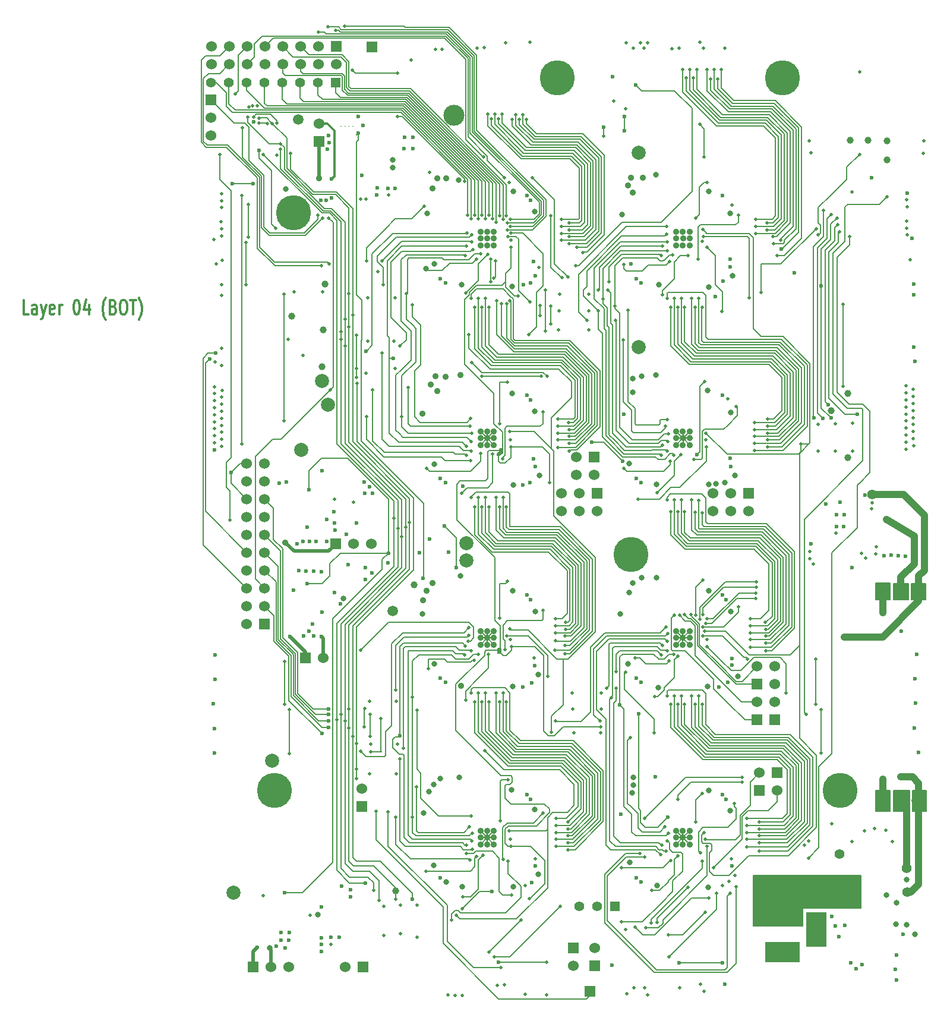
<source format=gbl>
G04 (created by PCBNEW (2013-mar-13)-testing) date Fri 02 Aug 2013 11:02:34 BST*
%MOIN*%
G04 Gerber Fmt 3.4, Leading zero omitted, Abs format*
%FSLAX34Y34*%
G01*
G70*
G90*
G04 APERTURE LIST*
%ADD10C,0.000787*%
%ADD11C,0.012000*%
%ADD12R,0.060000X0.060000*%
%ADD13C,0.060000*%
%ADD14R,0.055000X0.055000*%
%ADD15C,0.055000*%
%ADD16C,0.039400*%
%ADD17R,0.063000X0.063000*%
%ADD18R,0.196900X0.118100*%
%ADD19R,0.118100X0.196900*%
%ADD20C,0.059100*%
%ADD21C,0.078700*%
%ADD22C,0.196900*%
%ADD23C,0.118110*%
%ADD24C,0.035400*%
%ADD25C,0.019685*%
%ADD26C,0.031500*%
%ADD27C,0.019700*%
%ADD28C,0.023600*%
%ADD29C,0.055100*%
%ADD30C,0.005900*%
%ADD31C,0.039400*%
%ADD32C,0.011800*%
%ADD33C,0.019700*%
G04 APERTURE END LIST*
G54D10*
G54D11*
X5701Y-26257D02*
X5415Y-26257D01*
X5415Y-25457D01*
X6158Y-26257D02*
X6158Y-25838D01*
X6130Y-25762D01*
X6072Y-25724D01*
X5958Y-25724D01*
X5901Y-25762D01*
X6158Y-26219D02*
X6101Y-26257D01*
X5958Y-26257D01*
X5901Y-26219D01*
X5872Y-26143D01*
X5872Y-26067D01*
X5901Y-25991D01*
X5958Y-25953D01*
X6101Y-25953D01*
X6158Y-25915D01*
X6387Y-25724D02*
X6529Y-26257D01*
X6672Y-25724D02*
X6529Y-26257D01*
X6472Y-26448D01*
X6444Y-26486D01*
X6387Y-26524D01*
X7130Y-26219D02*
X7072Y-26257D01*
X6958Y-26257D01*
X6901Y-26219D01*
X6872Y-26143D01*
X6872Y-25838D01*
X6901Y-25762D01*
X6958Y-25724D01*
X7072Y-25724D01*
X7130Y-25762D01*
X7158Y-25838D01*
X7158Y-25915D01*
X6872Y-25991D01*
X7415Y-26257D02*
X7415Y-25724D01*
X7415Y-25876D02*
X7444Y-25800D01*
X7472Y-25762D01*
X7530Y-25724D01*
X7587Y-25724D01*
X8358Y-25457D02*
X8415Y-25457D01*
X8472Y-25496D01*
X8501Y-25534D01*
X8530Y-25610D01*
X8558Y-25762D01*
X8558Y-25953D01*
X8530Y-26105D01*
X8501Y-26181D01*
X8472Y-26219D01*
X8415Y-26257D01*
X8358Y-26257D01*
X8301Y-26219D01*
X8272Y-26181D01*
X8244Y-26105D01*
X8215Y-25953D01*
X8215Y-25762D01*
X8244Y-25610D01*
X8272Y-25534D01*
X8301Y-25496D01*
X8358Y-25457D01*
X9072Y-25724D02*
X9072Y-26257D01*
X8930Y-25419D02*
X8787Y-25991D01*
X9158Y-25991D01*
X10015Y-26562D02*
X9987Y-26524D01*
X9930Y-26410D01*
X9901Y-26334D01*
X9872Y-26219D01*
X9844Y-26029D01*
X9844Y-25876D01*
X9872Y-25686D01*
X9901Y-25572D01*
X9930Y-25496D01*
X9987Y-25381D01*
X10015Y-25343D01*
X10444Y-25838D02*
X10530Y-25876D01*
X10558Y-25915D01*
X10587Y-25991D01*
X10587Y-26105D01*
X10558Y-26181D01*
X10530Y-26219D01*
X10472Y-26257D01*
X10244Y-26257D01*
X10244Y-25457D01*
X10444Y-25457D01*
X10501Y-25496D01*
X10530Y-25534D01*
X10558Y-25610D01*
X10558Y-25686D01*
X10530Y-25762D01*
X10501Y-25800D01*
X10444Y-25838D01*
X10244Y-25838D01*
X10958Y-25457D02*
X11072Y-25457D01*
X11130Y-25496D01*
X11187Y-25572D01*
X11215Y-25724D01*
X11215Y-25991D01*
X11187Y-26143D01*
X11130Y-26219D01*
X11072Y-26257D01*
X10958Y-26257D01*
X10901Y-26219D01*
X10844Y-26143D01*
X10815Y-25991D01*
X10815Y-25724D01*
X10844Y-25572D01*
X10901Y-25496D01*
X10958Y-25457D01*
X11387Y-25457D02*
X11730Y-25457D01*
X11558Y-26257D02*
X11558Y-25457D01*
X11872Y-26562D02*
X11901Y-26524D01*
X11958Y-26410D01*
X11987Y-26334D01*
X12015Y-26219D01*
X12044Y-26029D01*
X12044Y-25876D01*
X12015Y-25686D01*
X11987Y-25572D01*
X11958Y-25496D01*
X11901Y-25381D01*
X11872Y-25343D01*
G54D12*
X22939Y-11242D03*
G54D13*
X22939Y-12242D03*
X21939Y-11242D03*
X21939Y-12242D03*
X20939Y-11242D03*
X20939Y-12242D03*
X19939Y-11242D03*
X19939Y-12242D03*
X18939Y-11242D03*
X18939Y-12242D03*
X17939Y-11242D03*
X17939Y-12242D03*
X16939Y-11242D03*
X16939Y-12242D03*
X15939Y-12242D03*
X15939Y-11242D03*
G54D14*
X22929Y-13248D03*
G54D15*
X21929Y-13248D03*
X20929Y-13248D03*
X19929Y-13248D03*
X18929Y-13248D03*
X17929Y-13248D03*
X16929Y-13248D03*
X15929Y-13248D03*
G54D16*
X20443Y-26348D03*
G54D14*
X38598Y-59459D03*
G54D15*
X37598Y-59459D03*
X36598Y-59459D03*
G54D17*
X24951Y-11250D03*
G54D18*
X47982Y-62041D03*
X47982Y-59581D03*
G54D19*
X49872Y-60762D03*
G54D20*
X20827Y-15315D03*
X26122Y-42894D03*
G54D21*
X30236Y-40069D03*
G54D16*
X22303Y-24567D03*
G54D12*
X18935Y-43630D03*
G54D13*
X17935Y-43630D03*
X18935Y-42630D03*
X17935Y-42630D03*
X18935Y-41630D03*
X17935Y-41630D03*
X18935Y-40630D03*
X17935Y-40630D03*
X18935Y-39630D03*
X17935Y-39630D03*
X18935Y-38630D03*
X17935Y-38630D03*
X18935Y-37630D03*
X17935Y-37630D03*
X18935Y-36630D03*
X17935Y-36630D03*
X18935Y-35630D03*
X17935Y-35630D03*
X18935Y-34630D03*
X17935Y-34630D03*
G54D16*
X26289Y-58593D03*
X27323Y-41427D03*
X53868Y-16516D03*
X53868Y-17579D03*
X52795Y-16496D03*
X51791Y-16496D03*
X22224Y-27136D03*
X51663Y-34311D03*
X51663Y-30679D03*
X50709Y-31673D03*
X22146Y-29203D03*
G54D22*
X19469Y-52953D03*
X51220Y-52953D03*
X39469Y-39715D03*
X20543Y-20567D03*
X47972Y-12992D03*
X35345Y-12992D03*
G54D12*
X46691Y-52966D03*
G54D13*
X46691Y-51966D03*
G54D12*
X18291Y-62854D03*
G54D13*
X19291Y-62854D03*
X20291Y-62854D03*
G54D12*
X22917Y-39134D03*
G54D13*
X23917Y-39134D03*
X24917Y-39134D03*
G54D12*
X21222Y-45522D03*
G54D13*
X22222Y-45522D03*
G54D12*
X21998Y-16563D03*
G54D13*
X21998Y-15563D03*
G54D12*
X46562Y-47008D03*
G54D13*
X46562Y-46008D03*
G54D12*
X46566Y-49008D03*
G54D13*
X46566Y-48008D03*
G54D21*
X30246Y-39104D03*
X22156Y-29990D03*
X22470Y-31329D03*
X39931Y-17205D03*
X39911Y-28110D03*
X20974Y-33858D03*
X17200Y-58700D03*
X19350Y-51289D03*
X54630Y-41854D03*
X55630Y-41850D03*
X53622Y-41850D03*
X53622Y-53543D03*
X54634Y-53543D03*
X55630Y-53543D03*
G54D23*
X29547Y-15089D03*
G54D12*
X36252Y-61783D03*
G54D13*
X36252Y-62783D03*
G54D12*
X24437Y-62874D03*
G54D13*
X23437Y-62874D03*
G54D12*
X37449Y-62783D03*
G54D13*
X37449Y-61783D03*
G54D12*
X24380Y-53846D03*
G54D13*
X24380Y-52846D03*
G54D12*
X37197Y-64244D03*
X47695Y-51966D03*
G54D13*
X47695Y-52966D03*
G54D12*
X47562Y-49007D03*
G54D13*
X47562Y-48007D03*
X47562Y-47007D03*
X47562Y-46007D03*
G54D12*
X15915Y-14236D03*
G54D13*
X15915Y-15236D03*
X15915Y-16236D03*
G54D12*
X37584Y-36301D03*
G54D13*
X37584Y-37301D03*
X36584Y-36301D03*
X36584Y-37301D03*
X35584Y-36301D03*
X35584Y-37301D03*
G54D12*
X46078Y-36301D03*
G54D13*
X46078Y-37301D03*
X45078Y-36301D03*
X45078Y-37301D03*
X44078Y-36301D03*
X44078Y-37301D03*
G54D12*
X37419Y-34263D03*
G54D13*
X37419Y-35263D03*
X36419Y-34263D03*
X36419Y-35263D03*
G54D24*
X51713Y-58740D03*
X51083Y-58720D03*
X51713Y-58110D03*
X51083Y-58110D03*
G54D25*
X50763Y-54830D03*
G54D26*
X45049Y-54104D03*
G54D27*
X18257Y-14566D03*
X18513Y-14566D03*
X18051Y-14616D03*
G54D26*
X28051Y-20610D03*
G54D27*
X52996Y-37177D03*
G54D26*
X38996Y-20650D03*
G54D27*
X50965Y-32402D03*
G54D28*
X28169Y-38878D03*
G54D27*
X52323Y-12657D03*
G54D28*
X52972Y-18583D03*
G54D26*
X45098Y-42913D03*
G54D28*
X39094Y-31870D03*
G54D27*
X26319Y-52028D03*
X26378Y-50354D03*
G54D28*
X39488Y-23425D03*
G54D27*
X25295Y-23858D03*
X49528Y-39961D03*
G54D28*
X25866Y-40197D03*
G54D27*
X49980Y-32421D03*
G54D24*
X51437Y-44370D03*
G54D27*
X26181Y-27776D03*
G54D26*
X28425Y-57165D03*
G54D27*
X27481Y-61182D03*
G54D26*
X34291Y-57677D03*
G54D28*
X52614Y-36409D03*
X38464Y-12933D03*
X49587Y-39114D03*
X38425Y-62776D03*
G54D26*
X34134Y-42913D03*
X34075Y-31692D03*
X28465Y-45866D03*
G54D28*
X38917Y-54291D03*
G54D26*
X27795Y-43051D03*
G54D27*
X26260Y-25335D03*
G54D26*
X28465Y-34665D03*
G54D27*
X26319Y-47972D03*
X22195Y-25010D03*
G54D26*
X34094Y-20493D03*
X27854Y-54213D03*
G54D27*
X37106Y-27145D03*
G54D26*
X34094Y-54035D03*
G54D28*
X17126Y-18937D03*
G54D26*
X28465Y-23445D03*
G54D27*
X51929Y-32362D03*
G54D26*
X34291Y-46476D03*
G54D27*
X26240Y-29311D03*
G54D26*
X38898Y-43071D03*
G54D27*
X25611Y-61103D03*
G54D26*
X34350Y-35295D03*
G54D28*
X18287Y-18937D03*
G54D27*
X37835Y-48406D03*
X37125Y-25137D03*
G54D26*
X39390Y-34645D03*
G54D29*
X53031Y-36374D03*
G54D27*
X49508Y-39547D03*
G54D28*
X24173Y-15177D03*
G54D26*
X45059Y-20592D03*
X45315Y-35295D03*
G54D27*
X37106Y-26062D03*
G54D26*
X39311Y-45846D03*
G54D27*
X53031Y-36839D03*
G54D28*
X18307Y-15472D03*
G54D27*
X21093Y-28573D03*
G54D26*
X45079Y-31771D03*
X39429Y-57008D03*
G54D28*
X48661Y-23937D03*
G54D26*
X45472Y-46574D03*
G54D27*
X37776Y-49744D03*
G54D24*
X27795Y-31831D03*
G54D26*
X45177Y-24096D03*
G54D27*
X45315Y-57717D03*
X26556Y-61004D03*
X49724Y-40276D03*
G54D28*
X34134Y-24096D03*
G54D27*
X37815Y-47500D03*
G54D28*
X27835Y-41063D03*
X21319Y-41358D03*
X24173Y-16102D03*
X20059Y-58711D03*
X21407Y-36083D03*
X25886Y-39646D03*
G54D26*
X26102Y-18031D03*
G54D27*
X52421Y-39665D03*
X53209Y-39685D03*
G54D28*
X22126Y-59488D03*
X23169Y-42480D03*
G54D29*
X54996Y-58677D03*
G54D26*
X53819Y-58819D03*
G54D27*
X50984Y-38543D03*
G54D28*
X22835Y-37343D03*
G54D27*
X21496Y-59961D03*
X23907Y-36801D03*
G54D28*
X54656Y-44035D03*
X51810Y-62618D03*
G54D26*
X26122Y-17608D03*
X23366Y-42195D03*
G54D28*
X52440Y-62716D03*
X22854Y-41870D03*
G54D26*
X21919Y-59941D03*
G54D27*
X52657Y-39941D03*
G54D26*
X54941Y-57972D03*
X54390Y-59252D03*
G54D28*
X52125Y-62972D03*
X51417Y-38169D03*
G54D27*
X22854Y-36634D03*
X53248Y-39311D03*
G54D28*
X51024Y-38169D03*
G54D24*
X54626Y-52205D03*
G54D27*
X53835Y-37756D03*
X32185Y-62902D03*
X25846Y-54154D03*
X25177Y-54134D03*
X24094Y-29291D03*
X24094Y-27421D03*
X24094Y-29803D03*
X24094Y-51772D03*
X24094Y-50315D03*
X24114Y-30118D03*
X24094Y-52283D03*
X26201Y-37697D03*
G54D25*
X18854Y-17283D03*
G54D27*
X22992Y-49006D03*
G54D28*
X24587Y-58150D03*
X22520Y-48711D03*
X49744Y-32047D03*
G54D27*
X50276Y-20433D03*
G54D26*
X29830Y-18716D03*
G54D28*
X27264Y-16339D03*
G54D26*
X40886Y-18425D03*
G54D28*
X22372Y-19852D03*
G54D26*
X32835Y-24686D03*
G54D28*
X27264Y-16969D03*
X45039Y-23584D03*
G54D27*
X24626Y-19803D03*
X24311Y-19803D03*
G54D26*
X41043Y-24607D03*
G54D28*
X22687Y-18661D03*
G54D27*
X34311Y-23642D03*
G54D28*
X22077Y-19852D03*
G54D26*
X32874Y-19351D03*
G54D28*
X26772Y-16339D03*
X26752Y-16969D03*
X22687Y-19744D03*
G54D26*
X43839Y-24725D03*
X43839Y-19351D03*
X30000Y-24607D03*
G54D27*
X35787Y-44311D03*
X31909Y-36516D03*
X31516Y-37067D03*
X35256Y-44114D03*
X32106Y-37067D03*
X35236Y-44567D03*
X31319Y-36535D03*
X35807Y-43917D03*
X35787Y-44843D03*
X32303Y-36516D03*
X35256Y-43720D03*
X31122Y-37067D03*
X35217Y-45079D03*
X32500Y-37067D03*
X35827Y-43524D03*
X30925Y-36535D03*
X35787Y-45295D03*
X30512Y-36535D03*
X35256Y-43327D03*
X30728Y-37067D03*
X30283Y-21712D03*
G54D28*
X24626Y-28327D03*
G54D27*
X30453Y-32539D03*
X26969Y-30354D03*
X30394Y-27402D03*
X33740Y-27402D03*
X32755Y-21712D03*
X29701Y-59969D03*
X32677Y-43898D03*
X31280Y-50728D03*
X35020Y-49685D03*
X32638Y-55217D03*
X32677Y-32815D03*
X30807Y-23169D03*
G54D26*
X27972Y-23681D03*
G54D27*
X31457Y-22894D03*
X30217Y-25060D03*
X33964Y-18598D03*
X35948Y-24157D03*
X31614Y-23149D03*
X31633Y-24438D03*
X35614Y-24212D03*
X34984Y-20724D03*
X31801Y-24242D03*
X31879Y-23248D03*
X33819Y-25551D03*
X30492Y-32106D03*
X27205Y-25728D03*
X32569Y-21911D03*
G54D25*
X22539Y-23425D03*
X22102Y-23531D03*
G54D27*
X32393Y-18610D03*
X31208Y-17440D03*
X23848Y-12578D03*
G54D25*
X26397Y-15157D03*
X26393Y-12736D03*
G54D27*
X30145Y-18787D03*
G54D25*
X22185Y-20846D03*
X17700Y-15803D03*
G54D27*
X17287Y-13885D03*
G54D25*
X21929Y-20708D03*
G54D27*
X32549Y-21515D03*
G54D25*
X23405Y-10098D03*
X22470Y-10137D03*
G54D27*
X32726Y-21318D03*
X32106Y-20728D03*
X31909Y-21082D03*
G54D25*
X22933Y-10334D03*
G54D27*
X32539Y-21122D03*
G54D25*
X21938Y-10442D03*
G54D27*
X32726Y-20925D03*
X32500Y-20718D03*
X32303Y-20925D03*
X31712Y-20905D03*
X31515Y-20688D03*
X31318Y-20905D03*
X31122Y-20708D03*
X30925Y-20905D03*
X30728Y-20708D03*
X30531Y-20905D03*
X30334Y-20708D03*
X25571Y-24587D03*
X24646Y-32008D03*
X30551Y-32913D03*
X30551Y-21811D03*
X31063Y-22874D03*
X26890Y-25079D03*
X30472Y-34469D03*
X26634Y-32008D03*
G54D28*
X26142Y-28740D03*
G54D27*
X30256Y-22421D03*
X30236Y-33661D03*
X30531Y-33936D03*
X25512Y-28425D03*
X30610Y-22618D03*
X26535Y-28031D03*
G54D25*
X31122Y-29714D03*
X34458Y-29714D03*
X34783Y-29744D03*
X30551Y-28956D03*
G54D27*
X31043Y-34055D03*
X28012Y-34882D03*
X31732Y-34094D03*
G54D25*
X29990Y-36289D03*
G54D27*
X32539Y-30078D03*
X32126Y-32382D03*
X32283Y-34370D03*
X34547Y-31732D03*
X31516Y-25846D03*
X35374Y-32913D03*
X31968Y-25511D03*
X36004Y-33110D03*
X36004Y-32717D03*
X31319Y-25354D03*
X35374Y-33307D03*
X32234Y-25669D03*
X31122Y-25846D03*
X35374Y-32520D03*
X36024Y-33504D03*
X32509Y-25669D03*
X30925Y-25354D03*
X35984Y-32323D03*
X32696Y-25492D03*
X35374Y-33720D03*
X30728Y-25846D03*
X35374Y-32126D03*
X36024Y-33937D03*
X30531Y-25354D03*
X27067Y-37913D03*
G54D25*
X20393Y-17232D03*
X18602Y-15531D03*
X19082Y-15551D03*
G54D27*
X24547Y-48346D03*
G54D28*
X27224Y-59075D03*
G54D27*
X34390Y-26319D03*
G54D28*
X22156Y-49774D03*
G54D27*
X23878Y-26280D03*
X34390Y-25768D03*
X24528Y-49409D03*
X23878Y-49921D03*
G54D24*
X21998Y-18642D03*
G54D27*
X26417Y-38248D03*
G54D25*
X19830Y-17003D03*
X19610Y-15543D03*
X18322Y-15181D03*
G54D27*
X23228Y-27224D03*
G54D28*
X22530Y-49055D03*
G54D27*
X23228Y-27657D03*
X23228Y-48701D03*
X25039Y-58563D03*
X24862Y-49941D03*
X24862Y-48701D03*
X34685Y-24882D03*
X34685Y-27185D03*
X18012Y-21929D03*
X18012Y-20098D03*
G54D25*
X22531Y-20846D03*
G54D27*
X22618Y-30492D03*
X25000Y-30492D03*
X30236Y-34173D03*
X30177Y-22954D03*
X30531Y-33405D03*
X28169Y-18307D03*
X27893Y-20206D03*
X30551Y-22185D03*
X25512Y-23268D03*
X24646Y-23268D03*
X26634Y-38740D03*
G54D25*
X17992Y-15196D03*
X19834Y-16685D03*
G54D27*
X23445Y-26535D03*
X23445Y-49055D03*
X23445Y-28031D03*
X25354Y-59114D03*
X24882Y-50787D03*
G54D28*
X22520Y-49429D03*
G54D27*
X25453Y-48937D03*
X32240Y-15039D03*
X35571Y-21713D03*
X36024Y-21516D03*
X32043Y-15299D03*
X35571Y-21319D03*
X31846Y-15039D03*
X31654Y-15299D03*
X36024Y-21122D03*
X35571Y-20925D03*
X31453Y-15039D03*
G54D26*
X32824Y-30698D03*
X43858Y-35807D03*
X32874Y-35836D03*
G54D28*
X34114Y-34802D03*
X24823Y-35945D03*
X24567Y-36299D03*
G54D26*
X43799Y-30531D03*
X40886Y-29646D03*
G54D28*
X45079Y-34802D03*
X30039Y-35906D03*
X21811Y-38996D03*
X21083Y-38996D03*
X21447Y-38996D03*
G54D26*
X40925Y-35806D03*
G54D28*
X21307Y-38193D03*
X20768Y-39114D03*
G54D24*
X29902Y-29646D03*
G54D28*
X24980Y-36299D03*
X24528Y-35669D03*
X37283Y-33425D03*
X39026Y-34508D03*
G54D27*
X51378Y-30295D03*
X51398Y-25689D03*
X42894Y-36673D03*
X47047Y-44311D03*
X42500Y-37343D03*
X46201Y-44114D03*
X43091Y-37362D03*
X46199Y-44510D03*
X47044Y-43920D03*
X42303Y-36673D03*
X43287Y-36693D03*
X47047Y-44705D03*
X46201Y-43720D03*
X42106Y-37323D03*
X46201Y-44921D03*
X43484Y-37382D03*
X47028Y-43524D03*
X41909Y-36673D03*
X41516Y-36673D03*
X47047Y-45138D03*
X46201Y-43327D03*
X41713Y-37323D03*
X41496Y-21340D03*
X37028Y-26594D03*
X39055Y-27697D03*
X41417Y-32519D03*
X43593Y-55315D03*
X43504Y-21496D03*
X43681Y-32913D03*
X49006Y-33543D03*
X43622Y-44035D03*
X41654Y-23288D03*
X39075Y-23466D03*
X42677Y-22972D03*
X41240Y-25159D03*
X43760Y-18859D03*
X43110Y-20867D03*
X43268Y-23150D03*
X45512Y-20690D03*
X43563Y-21909D03*
X46122Y-25335D03*
X39331Y-26043D03*
X41535Y-32165D03*
X37657Y-26063D03*
X41496Y-21752D03*
X41831Y-22933D03*
X41890Y-34154D03*
X41575Y-32952D03*
X38583Y-25807D03*
X41240Y-22421D03*
X37657Y-24882D03*
X41240Y-33602D03*
X38189Y-24902D03*
X37913Y-25394D03*
X41535Y-33917D03*
X41535Y-22697D03*
X41673Y-34487D03*
G54D25*
X39084Y-34881D03*
G54D27*
X42283Y-34134D03*
G54D25*
X40944Y-36259D03*
G54D28*
X43181Y-34118D03*
G54D27*
X43602Y-30039D03*
X43012Y-34409D03*
X45394Y-31417D03*
X47165Y-32913D03*
X42500Y-25846D03*
X42894Y-25354D03*
X46417Y-33110D03*
X42303Y-25354D03*
X46417Y-32717D03*
X43091Y-25846D03*
X47165Y-33307D03*
X42106Y-25846D03*
X47165Y-32520D03*
X43287Y-25354D03*
X46417Y-33504D03*
X41909Y-25354D03*
X46417Y-32323D03*
X47165Y-33701D03*
X43484Y-25846D03*
X41713Y-25846D03*
X47165Y-32126D03*
X41516Y-25354D03*
X46417Y-33898D03*
G54D24*
X20098Y-39055D03*
G54D27*
X41201Y-34153D03*
X41535Y-22186D03*
X41201Y-22953D03*
G54D28*
X39763Y-13386D03*
G54D27*
X38248Y-24429D03*
X36378Y-23524D03*
X46772Y-25020D03*
X49882Y-21457D03*
X38602Y-26594D03*
X41555Y-33385D03*
X43346Y-15610D03*
X43583Y-17421D03*
X43169Y-12520D03*
X46476Y-21713D03*
X47126Y-21516D03*
X42972Y-12992D03*
X46476Y-21319D03*
X42776Y-12520D03*
X47126Y-21122D03*
X42579Y-12992D03*
X46476Y-20925D03*
X42382Y-12520D03*
G54D28*
X45138Y-57185D03*
G54D26*
X43819Y-58386D03*
X40945Y-58307D03*
G54D28*
X34114Y-57185D03*
X19598Y-61681D03*
X20100Y-61800D03*
G54D26*
X19213Y-61811D03*
X29843Y-52244D03*
G54D28*
X23268Y-58327D03*
X23760Y-58524D03*
G54D26*
X43839Y-52972D03*
G54D28*
X23760Y-58937D03*
X19850Y-60921D03*
G54D26*
X32874Y-58346D03*
X32795Y-52933D03*
G54D28*
X20295Y-61362D03*
X20315Y-60925D03*
G54D26*
X30020Y-58366D03*
G54D28*
X40846Y-52205D03*
X19858Y-61358D03*
G54D27*
X50157Y-50846D03*
X50157Y-48445D03*
G54D28*
X44606Y-62638D03*
X42185Y-62638D03*
G54D27*
X35256Y-49075D03*
X41437Y-43779D03*
X41398Y-55000D03*
X39449Y-50000D03*
X39705Y-45531D03*
X41634Y-45689D03*
X42106Y-45437D03*
X40827Y-47697D03*
X43524Y-41161D03*
G54D25*
X43106Y-43137D03*
G54D27*
X45512Y-42677D03*
G54D25*
X43523Y-43787D03*
G54D28*
X41555Y-54449D03*
X39902Y-48661D03*
G54D27*
X43524Y-44291D03*
X46033Y-45581D03*
X37736Y-49075D03*
X41555Y-44154D03*
X41870Y-45335D03*
G54D28*
X38858Y-48150D03*
G54D27*
X41575Y-55374D03*
X38661Y-47244D03*
X38110Y-47244D03*
X41220Y-56043D03*
X41240Y-44842D03*
X38386Y-47756D03*
X41516Y-45118D03*
X41457Y-56358D03*
G54D25*
X45728Y-52214D03*
X40248Y-54527D03*
X45385Y-58366D03*
X39980Y-56496D03*
X45043Y-58728D03*
X40246Y-56692D03*
X42106Y-53448D03*
X45728Y-52490D03*
X41702Y-56879D03*
X38966Y-57293D03*
G54D27*
X42106Y-56634D03*
X40665Y-58571D03*
X43110Y-54744D03*
G54D25*
X43492Y-53129D03*
G54D27*
X43386Y-56457D03*
X45276Y-53701D03*
X43653Y-55708D03*
X44110Y-57307D03*
X42500Y-48130D03*
X45984Y-55315D03*
X46673Y-55512D03*
X42894Y-47657D03*
X42303Y-47657D03*
X46673Y-55118D03*
X45984Y-55709D03*
X43091Y-48130D03*
X45984Y-54921D03*
X42106Y-48130D03*
X43287Y-47657D03*
X46673Y-55906D03*
X46673Y-54724D03*
X41909Y-47657D03*
X45984Y-56122D03*
X43484Y-48130D03*
X45984Y-54528D03*
X41713Y-48130D03*
X46673Y-56358D03*
X41516Y-47657D03*
G54D28*
X18524Y-61752D03*
G54D27*
X41142Y-56575D03*
X41516Y-44587D03*
X49311Y-48681D03*
X40787Y-49744D03*
X38661Y-46280D03*
X53839Y-19646D03*
X41181Y-45374D03*
X39173Y-46319D03*
X41535Y-55787D03*
X38937Y-60335D03*
X49843Y-48130D03*
X49843Y-45610D03*
G54D28*
X22126Y-44331D03*
G54D26*
X29902Y-40925D03*
X41004Y-47205D03*
G54D28*
X24587Y-41142D03*
X24941Y-40748D03*
G54D26*
X32854Y-47126D03*
G54D28*
X21427Y-44045D03*
G54D26*
X40906Y-41024D03*
G54D28*
X34075Y-45964D03*
G54D26*
X43839Y-41752D03*
G54D24*
X29961Y-47106D03*
G54D28*
X24587Y-40453D03*
X45157Y-45944D03*
X21102Y-44311D03*
G54D26*
X32854Y-41752D03*
X43780Y-47145D03*
G54D28*
X21683Y-44311D03*
X21634Y-43622D03*
G54D27*
X34752Y-62602D03*
G54D28*
X32067Y-62598D03*
G54D27*
X30394Y-43838D03*
X24311Y-50748D03*
X27461Y-52776D03*
X30433Y-55000D03*
X28130Y-46142D03*
X30669Y-45669D03*
X31496Y-45315D03*
X30217Y-47894D03*
X32126Y-43287D03*
X32559Y-41240D03*
X34567Y-42854D03*
X32402Y-45078D03*
X32520Y-44311D03*
X34803Y-46575D03*
X30512Y-54409D03*
X27480Y-48465D03*
X30906Y-45335D03*
X30571Y-55354D03*
X27224Y-54449D03*
X26280Y-47323D03*
X26280Y-54449D03*
X30394Y-44252D03*
X30453Y-56870D03*
X27224Y-47717D03*
X30256Y-56023D03*
X30197Y-44862D03*
G54D28*
X26516Y-49882D03*
G54D27*
X26732Y-50610D03*
X30571Y-56260D03*
X30531Y-45137D03*
X26535Y-51181D03*
X27992Y-57500D03*
X30807Y-56673D03*
X31201Y-56594D03*
X30039Y-58917D03*
X32165Y-54646D03*
X32598Y-52362D03*
X34567Y-54232D03*
X32307Y-56835D03*
X31516Y-47992D03*
X35276Y-55315D03*
X31909Y-47500D03*
X35945Y-55512D03*
X35945Y-55118D03*
X31319Y-47500D03*
X32106Y-47992D03*
X35276Y-55709D03*
X31122Y-47992D03*
X35276Y-54921D03*
X35945Y-55906D03*
X32303Y-47500D03*
X35945Y-54724D03*
X30925Y-47500D03*
X32500Y-47992D03*
X35276Y-56102D03*
X30728Y-47992D03*
X35276Y-54528D03*
X30531Y-47500D03*
X35945Y-56299D03*
G54D28*
X20354Y-44331D03*
G54D27*
X32795Y-58819D03*
X30256Y-56496D03*
X30157Y-45374D03*
X30551Y-55787D03*
X16407Y-17283D03*
X30364Y-44587D03*
X24321Y-45098D03*
X16978Y-37795D03*
G54D28*
X50709Y-32067D03*
X50157Y-24665D03*
G54D27*
X51043Y-20846D03*
G54D29*
X54937Y-57315D03*
G54D28*
X39114Y-15965D03*
X39114Y-15157D03*
G54D27*
X38523Y-14291D03*
X50000Y-21811D03*
X51752Y-21909D03*
X52303Y-17283D03*
X49449Y-56752D03*
X39705Y-60630D03*
X43858Y-58996D03*
G54D28*
X18622Y-17047D03*
G54D25*
X19555Y-21429D03*
G54D28*
X37953Y-15768D03*
G54D27*
X37953Y-16260D03*
X51083Y-21220D03*
G54D28*
X50551Y-31319D03*
G54D27*
X17657Y-33514D03*
X17657Y-19587D03*
G54D28*
X52185Y-31870D03*
G54D27*
X51181Y-21614D03*
X50709Y-20650D03*
G54D28*
X50236Y-32087D03*
X15866Y-28750D03*
X16181Y-28445D03*
G54D27*
X31815Y-62311D03*
X35512Y-59469D03*
X30024Y-59606D03*
G54D28*
X31683Y-58642D03*
G54D27*
X31524Y-62024D03*
X33319Y-60232D03*
X29429Y-60240D03*
X32591Y-56929D03*
X41614Y-62295D03*
X44287Y-58736D03*
X42701Y-58406D03*
X40965Y-60354D03*
X41587Y-61055D03*
X43642Y-59799D03*
X43484Y-56933D03*
X40630Y-60402D03*
G54D26*
X44744Y-35708D03*
X44242Y-35777D03*
G54D27*
X49460Y-55779D03*
X44980Y-58071D03*
G54D25*
X49216Y-56023D03*
G54D27*
X51870Y-55827D03*
G54D29*
X51177Y-56524D03*
G54D25*
X43685Y-33303D03*
G54D26*
X20110Y-19213D03*
G54D28*
X33641Y-19588D03*
G54D27*
X32649Y-18877D03*
G54D28*
X25236Y-19173D03*
G54D27*
X33817Y-11003D03*
X34114Y-56791D03*
G54D28*
X33445Y-24606D03*
G54D24*
X31043Y-33580D03*
G54D27*
X16535Y-28150D03*
X30020Y-64449D03*
G54D24*
X31790Y-55610D03*
G54D27*
X55335Y-31260D03*
G54D28*
X44665Y-24410D03*
G54D24*
X28346Y-41339D03*
G54D28*
X44821Y-42266D03*
X25226Y-19567D03*
X54881Y-39843D03*
G54D27*
X30866Y-11319D03*
G54D28*
X16063Y-48110D03*
G54D27*
X16102Y-30709D03*
G54D28*
X33858Y-24508D03*
G54D24*
X42774Y-55985D03*
G54D27*
X53799Y-55197D03*
X39252Y-64370D03*
X54921Y-33425D03*
G54D24*
X42026Y-55237D03*
G54D28*
X28799Y-35450D03*
G54D24*
X42026Y-55985D03*
G54D27*
X55354Y-33622D03*
G54D26*
X40098Y-41043D03*
G54D28*
X54488Y-39804D03*
G54D24*
X42401Y-55611D03*
G54D27*
X55906Y-16516D03*
G54D24*
X31418Y-33206D03*
G54D28*
X26260Y-19193D03*
X55354Y-25157D03*
X22890Y-38346D03*
G54D24*
X28602Y-18642D03*
X42400Y-55985D03*
G54D27*
X54921Y-32244D03*
X54961Y-19843D03*
X24606Y-29547D03*
G54D28*
X22421Y-39012D03*
G54D24*
X31042Y-44037D03*
G54D28*
X39782Y-57855D03*
G54D24*
X31790Y-44411D03*
X42026Y-55611D03*
X42774Y-44038D03*
G54D26*
X54941Y-60512D03*
G54D28*
X20551Y-41733D03*
G54D26*
X40079Y-29724D03*
G54D28*
X39783Y-24251D03*
X22106Y-61220D03*
G54D27*
X16535Y-31299D03*
G54D24*
X42027Y-21633D03*
G54D27*
X28502Y-11397D03*
X54961Y-21024D03*
X54921Y-31457D03*
G54D28*
X24094Y-37953D03*
X22509Y-16213D03*
G54D24*
X31417Y-32832D03*
X31791Y-22009D03*
G54D28*
X27618Y-39626D03*
G54D27*
X16535Y-31693D03*
G54D24*
X31791Y-21635D03*
G54D28*
X54980Y-19449D03*
G54D24*
X42027Y-33209D03*
X28268Y-30197D03*
G54D28*
X44213Y-25257D03*
G54D27*
X16535Y-19488D03*
X54921Y-32638D03*
X16496Y-21063D03*
X39193Y-60768D03*
X39646Y-64016D03*
G54D24*
X31790Y-55984D03*
G54D27*
X35413Y-27145D03*
G54D28*
X22549Y-16626D03*
G54D27*
X16516Y-21850D03*
G54D24*
X40138Y-18583D03*
G54D28*
X55433Y-46693D03*
G54D24*
X31043Y-22009D03*
X42026Y-44038D03*
X42401Y-22381D03*
G54D28*
X50965Y-60551D03*
G54D27*
X35472Y-25137D03*
G54D24*
X42775Y-32835D03*
X42026Y-44786D03*
G54D27*
X54980Y-20236D03*
G54D28*
X28798Y-57854D03*
G54D24*
X42400Y-44786D03*
G54D28*
X51230Y-36801D03*
X54311Y-62992D03*
G54D27*
X27165Y-12008D03*
G54D26*
X39587Y-30630D03*
G54D28*
X20846Y-40630D03*
G54D27*
X40218Y-11339D03*
G54D28*
X54074Y-39765D03*
X23622Y-40296D03*
G54D24*
X31042Y-55610D03*
G54D27*
X25611Y-59449D03*
G54D26*
X39587Y-41319D03*
G54D24*
X31417Y-55610D03*
G54D28*
X44764Y-63819D03*
G54D24*
X42400Y-55237D03*
G54D27*
X45138Y-20118D03*
X16535Y-25197D03*
G54D28*
X40057Y-46912D03*
X55394Y-49449D03*
G54D27*
X55335Y-30472D03*
G54D24*
X42775Y-22381D03*
G54D27*
X55335Y-30866D03*
X49980Y-33937D03*
G54D24*
X42401Y-44412D03*
G54D27*
X16122Y-33465D03*
X43564Y-11340D03*
X16535Y-30906D03*
G54D24*
X31417Y-33580D03*
X31416Y-55236D03*
G54D27*
X24724Y-25335D03*
X20256Y-27657D03*
G54D28*
X29074Y-35706D03*
X39783Y-35453D03*
G54D27*
X45118Y-56791D03*
X55335Y-33228D03*
G54D24*
X31416Y-44785D03*
X42027Y-32835D03*
X31416Y-55984D03*
X31418Y-22009D03*
X42774Y-55237D03*
X28602Y-30551D03*
G54D28*
X33837Y-42265D03*
G54D24*
X42402Y-22007D03*
G54D26*
X39567Y-53110D03*
G54D28*
X34035Y-34350D03*
G54D27*
X16516Y-20276D03*
X16536Y-30513D03*
X32766Y-22106D03*
X54980Y-21811D03*
X50965Y-33917D03*
X16142Y-28937D03*
G54D28*
X51457Y-37480D03*
G54D24*
X42774Y-44412D03*
G54D27*
X27481Y-59390D03*
X22648Y-61604D03*
X34055Y-45531D03*
X24724Y-27776D03*
X33543Y-58287D03*
X24882Y-50354D03*
X16122Y-31102D03*
G54D28*
X21260Y-40650D03*
X33640Y-41990D03*
G54D27*
X19606Y-17343D03*
G54D24*
X31043Y-22383D03*
G54D26*
X54350Y-60472D03*
G54D28*
X29074Y-24509D03*
G54D26*
X39626Y-52244D03*
G54D24*
X42026Y-44412D03*
G54D28*
X16122Y-49488D03*
X44821Y-53465D03*
X20137Y-35666D03*
G54D27*
X40021Y-11044D03*
X20571Y-25010D03*
G54D28*
X44624Y-53190D03*
G54D27*
X54921Y-31063D03*
G54D26*
X39390Y-41850D03*
G54D27*
X32386Y-63878D03*
G54D24*
X31791Y-32832D03*
G54D28*
X51004Y-37480D03*
G54D27*
X16083Y-22047D03*
G54D28*
X22417Y-37768D03*
G54D27*
X16220Y-23425D03*
X36299Y-49744D03*
G54D26*
X55413Y-61024D03*
G54D24*
X42401Y-32835D03*
G54D26*
X29114Y-58110D03*
G54D24*
X31042Y-55984D03*
G54D28*
X55512Y-45315D03*
G54D26*
X28780Y-52303D03*
G54D24*
X42775Y-33583D03*
G54D27*
X54961Y-21417D03*
X54921Y-33031D03*
X49469Y-16516D03*
G54D24*
X53622Y-43012D03*
G54D28*
X34035Y-23307D03*
X33837Y-53464D03*
X45138Y-45551D03*
G54D24*
X42027Y-22381D03*
G54D27*
X44921Y-31003D03*
X16535Y-33661D03*
G54D24*
X42027Y-22007D03*
G54D28*
X54743Y-61043D03*
G54D27*
X55335Y-31654D03*
G54D24*
X31417Y-22383D03*
G54D27*
X24823Y-52028D03*
G54D28*
X45058Y-34330D03*
G54D24*
X27815Y-42303D03*
G54D28*
X23130Y-61201D03*
G54D24*
X28366Y-19193D03*
G54D27*
X40236Y-64016D03*
G54D24*
X29094Y-29764D03*
G54D28*
X54390Y-63583D03*
G54D27*
X40433Y-64429D03*
G54D28*
X28798Y-46655D03*
G54D24*
X42775Y-33209D03*
G54D27*
X16535Y-29134D03*
X55157Y-23189D03*
G54D28*
X25866Y-19193D03*
G54D24*
X28524Y-29724D03*
G54D28*
X33640Y-53189D03*
G54D27*
X43583Y-64213D03*
X54921Y-30276D03*
X54921Y-31850D03*
X32717Y-55709D03*
G54D28*
X51496Y-60531D03*
G54D27*
X31969Y-63898D03*
X35452Y-26062D03*
X31260Y-11303D03*
X39627Y-11339D03*
X55335Y-32441D03*
X34744Y-64429D03*
X33563Y-64390D03*
X44745Y-11339D03*
G54D28*
X33907Y-46919D03*
X33415Y-47156D03*
X44409Y-47156D03*
X44931Y-46900D03*
X33917Y-58120D03*
X24390Y-18465D03*
G54D24*
X31790Y-44037D03*
G54D28*
X33819Y-35679D03*
X33415Y-35837D03*
G54D27*
X32726Y-33307D03*
X16122Y-32284D03*
X42205Y-64016D03*
X25876Y-19547D03*
G54D28*
X44624Y-41991D03*
X23504Y-38602D03*
X33641Y-30785D03*
X29252Y-39606D03*
X40058Y-35709D03*
G54D24*
X28012Y-41752D03*
G54D27*
X43386Y-63819D03*
G54D26*
X28406Y-52618D03*
G54D27*
X40415Y-11024D03*
G54D24*
X31790Y-55236D03*
G54D28*
X39782Y-46656D03*
X21693Y-40650D03*
G54D24*
X39331Y-19016D03*
G54D28*
X51890Y-40453D03*
G54D24*
X31417Y-21635D03*
X31042Y-55236D03*
X31042Y-44411D03*
G54D27*
X55335Y-32047D03*
G54D28*
X44625Y-30788D03*
X29073Y-46911D03*
X16161Y-45354D03*
G54D24*
X31042Y-44785D03*
G54D27*
X29626Y-64449D03*
G54D24*
X39488Y-18583D03*
G54D28*
X22146Y-35020D03*
G54D24*
X31791Y-22383D03*
X42402Y-33209D03*
G54D27*
X42186Y-11340D03*
X49587Y-17185D03*
G54D28*
X24449Y-15650D03*
G54D27*
X16535Y-32480D03*
G54D28*
X40057Y-58111D03*
G54D27*
X39173Y-14744D03*
G54D28*
X22165Y-42972D03*
G54D24*
X42774Y-44786D03*
G54D28*
X55610Y-50827D03*
G54D27*
X52579Y-55217D03*
X26556Y-59410D03*
X54154Y-55827D03*
G54D24*
X29134Y-18642D03*
G54D28*
X44625Y-19586D03*
G54D27*
X43740Y-44508D03*
G54D28*
X55453Y-48071D03*
X50433Y-36909D03*
X16102Y-50866D03*
G54D24*
X31416Y-44037D03*
G54D27*
X41795Y-11362D03*
X16517Y-21458D03*
G54D28*
X51160Y-61161D03*
G54D27*
X53150Y-55079D03*
X16122Y-31890D03*
G54D28*
X40058Y-24507D03*
G54D27*
X18858Y-58878D03*
G54D24*
X31790Y-44785D03*
G54D28*
X19743Y-35745D03*
G54D24*
X39587Y-19429D03*
X42400Y-44038D03*
G54D28*
X17047Y-35138D03*
G54D27*
X16535Y-19882D03*
G54D24*
X42775Y-22007D03*
X53622Y-52343D03*
X42027Y-33583D03*
G54D27*
X16555Y-23228D03*
G54D24*
X31043Y-21635D03*
G54D27*
X28895Y-11397D03*
X16535Y-24606D03*
G54D26*
X28150Y-53031D03*
G54D28*
X50768Y-60039D03*
G54D24*
X31043Y-33206D03*
X31043Y-32832D03*
G54D28*
X22854Y-37953D03*
G54D27*
X16122Y-31496D03*
X16122Y-33071D03*
X16535Y-33268D03*
G54D28*
X45039Y-23169D03*
G54D26*
X39626Y-52677D03*
G54D28*
X55413Y-28898D03*
G54D27*
X54921Y-30669D03*
X44626Y-58287D03*
G54D28*
X55354Y-24567D03*
X22106Y-62008D03*
G54D27*
X16122Y-32677D03*
X16535Y-32874D03*
G54D28*
X28799Y-24253D03*
G54D27*
X51929Y-33937D03*
G54D28*
X54390Y-62205D03*
G54D24*
X42401Y-21633D03*
X31791Y-33206D03*
G54D27*
X16535Y-32087D03*
G54D28*
X22638Y-61201D03*
G54D27*
X43367Y-11005D03*
G54D28*
X55354Y-28110D03*
G54D27*
X54921Y-33819D03*
X43484Y-22156D03*
X32441Y-11043D03*
X36201Y-47500D03*
G54D26*
X39587Y-29862D03*
G54D28*
X55236Y-22008D03*
G54D27*
X51870Y-19390D03*
X55886Y-17244D03*
G54D24*
X42774Y-55611D03*
G54D27*
X32726Y-44508D03*
G54D28*
X33838Y-31060D03*
X22126Y-40689D03*
G54D24*
X42775Y-21633D03*
G54D28*
X33838Y-19863D03*
G54D24*
X31417Y-44411D03*
G54D27*
X16102Y-30315D03*
G54D24*
X31791Y-33580D03*
G54D28*
X16122Y-33858D03*
X22450Y-17000D03*
G54D27*
X24823Y-47972D03*
G54D24*
X42401Y-33583D03*
G54D27*
X39234Y-11044D03*
X55335Y-32835D03*
X36220Y-48406D03*
G54D28*
X22106Y-61594D03*
X16161Y-46732D03*
X53681Y-39784D03*
G54D27*
X43730Y-33701D03*
G54D25*
X39901Y-36633D03*
X34911Y-35679D03*
X48198Y-47500D03*
G54D27*
X43760Y-44902D03*
X33140Y-25226D03*
X43740Y-22500D03*
X44596Y-26083D03*
X32776Y-44902D03*
X32766Y-56102D03*
X32756Y-22500D03*
X37795Y-49400D03*
X40305Y-60659D03*
X43760Y-56102D03*
X32746Y-33701D03*
X33789Y-59045D03*
X20020Y-25138D03*
X20020Y-32244D03*
X33622Y-15343D03*
X36791Y-22795D03*
X33421Y-15075D03*
X36437Y-22500D03*
X33028Y-15063D03*
X35571Y-22106D03*
X20335Y-50886D03*
X20335Y-48425D03*
X20039Y-45728D03*
X20039Y-48130D03*
X43957Y-13071D03*
X47894Y-22106D03*
X47500Y-22303D03*
X44154Y-12520D03*
G54D28*
X47913Y-22579D03*
G54D27*
X44350Y-13071D03*
X47697Y-22953D03*
X44547Y-12520D03*
X43760Y-12520D03*
X47461Y-21909D03*
X17893Y-24606D03*
X17893Y-22234D03*
X29232Y-64429D03*
X32827Y-15319D03*
X36024Y-21909D03*
X33224Y-15323D03*
X36024Y-22303D03*
X42500Y-43102D03*
X41933Y-43122D03*
G54D25*
X46486Y-42194D03*
X43692Y-43594D03*
G54D27*
X42209Y-43138D03*
G54D25*
X43740Y-43330D03*
X46496Y-41879D03*
G54D27*
X42846Y-43091D03*
G54D25*
X46515Y-41574D03*
X43533Y-43110D03*
X46525Y-41269D03*
X43338Y-43346D03*
X18625Y-15255D03*
X19346Y-15547D03*
G54D27*
X23661Y-48386D03*
X34980Y-25807D03*
G54D28*
X29685Y-40453D03*
X29035Y-38130D03*
G54D27*
X26850Y-38209D03*
G54D28*
X22520Y-48386D03*
G54D27*
X23661Y-49469D03*
X23661Y-26969D03*
X34980Y-26811D03*
X23661Y-25079D03*
X26299Y-59055D03*
G54D30*
X23878Y-15689D02*
X23877Y-15688D01*
X23228Y-15679D02*
X23228Y-15679D01*
X23445Y-15679D02*
X23444Y-15679D01*
X23661Y-15689D02*
X23661Y-15688D01*
G54D31*
X51083Y-58110D02*
X51083Y-58720D01*
X51713Y-58110D02*
X51083Y-58110D01*
X51713Y-58740D02*
X51103Y-58740D01*
X51713Y-58740D02*
X51713Y-58110D01*
X51103Y-58740D02*
X51083Y-58720D01*
G54D30*
X50763Y-54830D02*
X50728Y-54866D01*
X18513Y-14566D02*
X18513Y-14557D01*
G54D31*
X55630Y-41850D02*
X55630Y-40929D01*
X55941Y-38343D02*
X55941Y-37532D01*
X55630Y-40929D02*
X55941Y-40618D01*
X55630Y-41850D02*
X55630Y-42126D01*
X53602Y-44370D02*
X51437Y-44370D01*
X55630Y-42342D02*
X53602Y-44370D01*
X54783Y-36374D02*
X53031Y-36374D01*
X55941Y-37532D02*
X54783Y-36374D01*
X55941Y-40618D02*
X55941Y-38343D01*
X55630Y-41850D02*
X55630Y-42342D01*
G54D30*
X17126Y-18937D02*
X18287Y-18937D01*
X24094Y-25177D02*
X24094Y-16571D01*
X27854Y-41044D02*
X27854Y-36850D01*
X24350Y-27736D02*
X24390Y-27696D01*
X24350Y-33346D02*
X24350Y-28917D01*
X24390Y-27696D02*
X24390Y-25473D01*
X24390Y-25473D02*
X24094Y-25177D01*
X27835Y-41063D02*
X27854Y-41044D01*
X24350Y-28917D02*
X24350Y-27736D01*
X27854Y-36850D02*
X24350Y-33346D01*
X24173Y-16492D02*
X24173Y-16102D01*
X24094Y-16571D02*
X24173Y-16492D01*
X22106Y-34331D02*
X21407Y-35030D01*
X22156Y-41358D02*
X21319Y-41358D01*
X24094Y-16181D02*
X24173Y-16102D01*
X21407Y-35030D02*
X21407Y-36083D01*
X22520Y-34331D02*
X22106Y-34331D01*
X23169Y-39646D02*
X22598Y-40217D01*
X25886Y-39646D02*
X25885Y-39646D01*
X22756Y-43345D02*
X22756Y-56949D01*
X22756Y-56998D02*
X21043Y-58711D01*
X22756Y-56949D02*
X22756Y-56998D01*
X25531Y-40000D02*
X25531Y-40570D01*
X25886Y-39646D02*
X23169Y-39646D01*
X22598Y-40916D02*
X22156Y-41358D01*
X21043Y-58711D02*
X20059Y-58711D01*
X22598Y-40217D02*
X22598Y-40916D01*
X25886Y-36634D02*
X23583Y-34331D01*
X25531Y-40570D02*
X22756Y-43345D01*
X25885Y-39646D02*
X25531Y-40000D01*
X23583Y-34331D02*
X22520Y-34331D01*
X25886Y-39646D02*
X25886Y-36850D01*
X25886Y-36850D02*
X25886Y-36634D01*
X54656Y-44035D02*
X54646Y-44035D01*
G54D31*
X55630Y-53543D02*
X55630Y-52559D01*
X55197Y-58677D02*
X55630Y-58244D01*
X55276Y-52205D02*
X54626Y-52205D01*
G54D30*
X23907Y-36801D02*
X23907Y-36791D01*
G54D31*
X54996Y-58677D02*
X55197Y-58677D01*
G54D30*
X21919Y-59941D02*
X21919Y-59931D01*
X26102Y-18031D02*
X26102Y-18022D01*
G54D31*
X55630Y-58244D02*
X55630Y-53543D01*
X55630Y-52559D02*
X55276Y-52205D01*
X54996Y-58677D02*
X54996Y-58674D01*
G54D30*
X23366Y-42195D02*
X23366Y-42185D01*
X26122Y-17608D02*
X26122Y-17598D01*
G54D31*
X55390Y-39362D02*
X55390Y-40248D01*
X55390Y-39362D02*
X55390Y-38690D01*
X55389Y-40248D02*
X54630Y-41007D01*
X54630Y-41007D02*
X54630Y-41854D01*
X55390Y-38690D02*
X53835Y-37756D01*
X55390Y-40248D02*
X55389Y-40248D01*
X55390Y-40268D02*
X55390Y-40248D01*
G54D30*
X29173Y-60275D02*
X29173Y-61433D01*
X29173Y-59410D02*
X29173Y-60275D01*
X29173Y-61433D02*
X30642Y-62902D01*
X30642Y-62902D02*
X32185Y-62902D01*
X25846Y-56083D02*
X29173Y-59410D01*
X25846Y-54154D02*
X25846Y-56083D01*
X37197Y-64244D02*
X37197Y-64453D01*
X28937Y-59489D02*
X25177Y-55729D01*
X28937Y-61535D02*
X28937Y-59489D01*
X25177Y-55729D02*
X25177Y-54134D01*
X37197Y-64453D02*
X36985Y-64665D01*
X32067Y-64665D02*
X28937Y-61535D01*
X36985Y-64665D02*
X32067Y-64665D01*
X24094Y-29291D02*
X24094Y-27421D01*
X24094Y-29291D02*
X24094Y-29803D01*
X24094Y-51772D02*
X24094Y-52283D01*
X24114Y-33396D02*
X24114Y-30118D01*
X24094Y-50472D02*
X24094Y-51772D01*
X24094Y-43780D02*
X24094Y-47441D01*
X27283Y-36565D02*
X24114Y-33396D01*
X24094Y-47441D02*
X24094Y-50472D01*
X27283Y-40591D02*
X24094Y-43780D01*
X24094Y-50472D02*
X24094Y-50315D01*
X27283Y-40591D02*
X27283Y-36565D01*
X22992Y-21492D02*
X22992Y-20989D01*
X26201Y-37697D02*
X26201Y-36722D01*
X26201Y-36722D02*
X22992Y-33513D01*
X22992Y-21492D02*
X22992Y-33513D01*
X18860Y-17283D02*
X18854Y-17283D01*
X22155Y-20578D02*
X18860Y-17283D01*
X22581Y-20578D02*
X22155Y-20578D01*
X22992Y-20989D02*
X22581Y-20578D01*
X20658Y-45290D02*
X19822Y-44454D01*
X22992Y-57205D02*
X22992Y-57441D01*
X22992Y-57441D02*
X23701Y-58150D01*
X22520Y-48711D02*
X21792Y-48711D01*
X19822Y-44454D02*
X19822Y-39517D01*
X22992Y-43917D02*
X22992Y-43602D01*
X22992Y-43917D02*
X22992Y-49006D01*
X22992Y-43602D02*
X26201Y-40393D01*
X26201Y-37697D02*
X26201Y-40393D01*
X19822Y-39517D02*
X18935Y-38630D01*
X20658Y-47577D02*
X20658Y-45290D01*
X23701Y-58150D02*
X24587Y-58150D01*
X21792Y-48711D02*
X20658Y-47577D01*
X22992Y-49006D02*
X22992Y-57205D01*
X49724Y-31988D02*
X49724Y-32027D01*
X50276Y-21909D02*
X50276Y-20433D01*
X49724Y-32027D02*
X49744Y-32047D01*
X49724Y-31988D02*
X49724Y-22461D01*
X49724Y-22461D02*
X50276Y-21909D01*
G54D32*
X22842Y-15962D02*
X22443Y-15563D01*
X22842Y-18516D02*
X22842Y-15962D01*
X22697Y-18661D02*
X22842Y-18516D01*
X22443Y-15563D02*
X21998Y-15563D01*
X22687Y-18661D02*
X22697Y-18661D01*
G54D30*
X36122Y-44311D02*
X36693Y-43740D01*
X31909Y-38346D02*
X31909Y-36516D01*
X36693Y-40236D02*
X35256Y-38799D01*
X36693Y-43740D02*
X36693Y-40236D01*
X32362Y-38799D02*
X31909Y-38346D01*
X35256Y-38799D02*
X32362Y-38799D01*
X35787Y-44311D02*
X36122Y-44311D01*
X35177Y-38957D02*
X36535Y-40315D01*
X36535Y-40315D02*
X36535Y-43662D01*
X32008Y-38957D02*
X35177Y-38957D01*
X31516Y-38465D02*
X32008Y-38957D01*
X31516Y-37067D02*
X31516Y-38465D01*
X36083Y-44114D02*
X35256Y-44114D01*
X36535Y-43662D02*
X36083Y-44114D01*
X36083Y-44587D02*
X35591Y-44587D01*
X32441Y-38642D02*
X35335Y-38642D01*
X35236Y-44567D02*
X35256Y-44587D01*
X36850Y-40157D02*
X36850Y-43820D01*
X35256Y-44587D02*
X35591Y-44587D01*
X32106Y-38307D02*
X32441Y-38642D01*
X36850Y-43820D02*
X36083Y-44587D01*
X35335Y-38642D02*
X36850Y-40157D01*
X32106Y-37067D02*
X32106Y-38307D01*
X36378Y-40394D02*
X35098Y-39114D01*
X31319Y-38504D02*
X31319Y-36535D01*
X35807Y-43917D02*
X36044Y-43917D01*
X36044Y-43917D02*
X36378Y-43583D01*
X36378Y-43583D02*
X36378Y-40394D01*
X31929Y-39114D02*
X31319Y-38504D01*
X35098Y-39114D02*
X31929Y-39114D01*
X32303Y-38268D02*
X32519Y-38484D01*
X35787Y-44843D02*
X35827Y-44843D01*
X37008Y-43898D02*
X36063Y-44843D01*
X32519Y-38484D02*
X35394Y-38484D01*
X32303Y-36516D02*
X32303Y-38268D01*
X36063Y-44843D02*
X35827Y-44843D01*
X37008Y-40098D02*
X37008Y-43898D01*
X35394Y-38484D02*
X37008Y-40098D01*
X31122Y-37067D02*
X31122Y-38543D01*
X31851Y-39272D02*
X35020Y-39272D01*
X36220Y-43505D02*
X36005Y-43720D01*
X36220Y-40472D02*
X36220Y-43505D01*
X35020Y-39272D02*
X36220Y-40472D01*
X31122Y-38543D02*
X31851Y-39272D01*
X36005Y-43720D02*
X35256Y-43720D01*
X32500Y-38189D02*
X32638Y-38327D01*
X35217Y-45079D02*
X36043Y-45079D01*
X37165Y-43957D02*
X36043Y-45079D01*
X35453Y-38327D02*
X37165Y-40039D01*
X37165Y-40039D02*
X37165Y-43957D01*
X32500Y-37067D02*
X32500Y-38189D01*
X32638Y-38327D02*
X35453Y-38327D01*
X31772Y-39429D02*
X30925Y-38582D01*
X35827Y-43524D02*
X35964Y-43524D01*
X30925Y-38582D02*
X30925Y-36535D01*
X36063Y-40551D02*
X34941Y-39429D01*
X35964Y-43524D02*
X36063Y-43425D01*
X34941Y-39429D02*
X31772Y-39429D01*
X36063Y-43425D02*
X36063Y-40551D01*
X32719Y-38169D02*
X32697Y-38147D01*
X37323Y-44015D02*
X37323Y-39981D01*
X35787Y-45295D02*
X36043Y-45295D01*
X32697Y-38147D02*
X32697Y-36338D01*
X36043Y-45295D02*
X37323Y-44015D01*
X30788Y-36220D02*
X30512Y-36496D01*
X32579Y-36220D02*
X30788Y-36220D01*
X30512Y-36496D02*
X30512Y-36535D01*
X32697Y-36338D02*
X32579Y-36220D01*
X35511Y-38169D02*
X32719Y-38169D01*
X37323Y-39981D02*
X35511Y-38169D01*
X30728Y-38622D02*
X31693Y-39587D01*
X35906Y-43031D02*
X35610Y-43327D01*
X30728Y-37067D02*
X30728Y-38622D01*
X31693Y-39587D02*
X34863Y-39587D01*
X34863Y-39587D02*
X35906Y-40630D01*
X35610Y-43327D02*
X35256Y-43327D01*
X35906Y-40630D02*
X35906Y-43031D01*
X30279Y-21716D02*
X26118Y-21716D01*
X30283Y-21712D02*
X30279Y-21716D01*
X24961Y-28012D02*
X24961Y-24193D01*
X24626Y-28327D02*
X24646Y-28327D01*
X24646Y-28327D02*
X24961Y-28012D01*
X26118Y-21716D02*
X24961Y-22874D01*
X24961Y-22874D02*
X24961Y-24193D01*
X27106Y-32539D02*
X27283Y-32539D01*
X27283Y-32539D02*
X30453Y-32539D01*
X26969Y-30354D02*
X26969Y-32402D01*
X26969Y-32402D02*
X27106Y-32539D01*
X32755Y-21712D02*
X33415Y-21712D01*
X35020Y-33780D02*
X35020Y-32067D01*
X31575Y-29331D02*
X30394Y-28150D01*
X36142Y-30039D02*
X35434Y-29331D01*
X30394Y-28150D02*
X30394Y-27402D01*
X36142Y-30945D02*
X36142Y-30039D01*
X35434Y-29331D02*
X31575Y-29331D01*
X35020Y-32067D02*
X36142Y-30945D01*
X34192Y-26949D02*
X33740Y-27402D01*
X34192Y-25039D02*
X34192Y-26949D01*
X34566Y-24665D02*
X34192Y-25039D01*
X34566Y-22864D02*
X34566Y-24665D01*
X33415Y-21712D02*
X34566Y-22864D01*
X35157Y-33917D02*
X35020Y-33780D01*
X35669Y-45591D02*
X35964Y-45591D01*
X35571Y-37992D02*
X35571Y-37983D01*
X34055Y-32815D02*
X32677Y-32815D01*
X31280Y-50728D02*
X32363Y-51811D01*
X36299Y-52637D02*
X36299Y-53800D01*
X37480Y-44075D02*
X35964Y-45591D01*
X35335Y-45591D02*
X33720Y-43976D01*
X35157Y-37176D02*
X35157Y-35118D01*
X35453Y-45591D02*
X35354Y-45591D01*
X33061Y-60167D02*
X29899Y-60167D01*
X34803Y-58425D02*
X33061Y-60167D01*
X35473Y-51811D02*
X36299Y-52637D01*
X34704Y-55217D02*
X33071Y-55217D01*
X32363Y-51811D02*
X35473Y-51811D01*
X33720Y-43976D02*
X33720Y-43976D01*
X35571Y-37992D02*
X37480Y-39901D01*
X32755Y-43976D02*
X32677Y-43898D01*
X35020Y-33780D02*
X34055Y-32815D01*
X35157Y-37569D02*
X35157Y-37176D01*
X35020Y-49685D02*
X35020Y-48799D01*
X29899Y-60167D02*
X29701Y-59969D01*
X35571Y-37983D02*
X35157Y-37569D01*
X34803Y-55118D02*
X34704Y-55217D01*
X33071Y-55217D02*
X32638Y-55217D01*
X33720Y-43976D02*
X32755Y-43976D01*
X34803Y-55118D02*
X34803Y-58425D01*
X35157Y-35118D02*
X35157Y-33917D01*
X35669Y-45591D02*
X35453Y-45591D01*
X35354Y-45591D02*
X35335Y-45591D01*
X35098Y-54193D02*
X34803Y-54488D01*
X35669Y-48150D02*
X35020Y-48799D01*
X34803Y-54488D02*
X34803Y-55118D01*
X37480Y-39901D02*
X37480Y-44075D01*
X35669Y-45591D02*
X35669Y-48150D01*
X36299Y-53800D02*
X35906Y-54193D01*
X35906Y-54193D02*
X35098Y-54193D01*
X28090Y-23799D02*
X27972Y-23681D01*
X29311Y-23386D02*
X28898Y-23799D01*
X28898Y-23799D02*
X28090Y-23799D01*
X30590Y-23386D02*
X30551Y-23386D01*
X30807Y-23169D02*
X30590Y-23386D01*
X30551Y-23386D02*
X29311Y-23386D01*
X30906Y-24094D02*
X30906Y-24370D01*
X30906Y-23543D02*
X30906Y-23445D01*
X30906Y-23543D02*
X30906Y-24094D01*
X30906Y-23445D02*
X31457Y-22894D01*
X30906Y-24370D02*
X30591Y-24685D01*
X30591Y-24685D02*
X30591Y-24686D01*
X30591Y-24686D02*
X30217Y-25060D01*
X35948Y-24157D02*
X35937Y-24157D01*
X35200Y-19834D02*
X33964Y-18598D01*
X35200Y-23421D02*
X35200Y-19834D01*
X35937Y-24157D02*
X35200Y-23421D01*
X35952Y-24161D02*
X35980Y-24161D01*
X35948Y-24157D02*
X35952Y-24161D01*
X31614Y-23149D02*
X31614Y-24419D01*
X31614Y-24419D02*
X31633Y-24438D01*
X35614Y-24244D02*
X35614Y-24212D01*
X34984Y-23614D02*
X35614Y-24244D01*
X34984Y-20724D02*
X34984Y-23614D01*
X31879Y-23248D02*
X31879Y-24163D01*
X31879Y-24163D02*
X31801Y-24242D01*
X27677Y-29095D02*
X27677Y-26870D01*
X27343Y-29429D02*
X27677Y-29095D01*
X27677Y-26870D02*
X27205Y-26398D01*
X33189Y-24921D02*
X33189Y-22028D01*
X27657Y-32323D02*
X27343Y-32009D01*
X30275Y-32323D02*
X27657Y-32323D01*
X30492Y-32106D02*
X30275Y-32323D01*
X27205Y-26398D02*
X27205Y-25728D01*
X33189Y-24921D02*
X33819Y-25551D01*
X33189Y-22028D02*
X33011Y-21911D01*
X27343Y-32009D02*
X27343Y-29429D01*
X33011Y-21911D02*
X32569Y-21911D01*
X15846Y-12759D02*
X15783Y-12759D01*
X16935Y-12242D02*
X16417Y-12759D01*
X16417Y-12759D02*
X15846Y-12759D01*
X16939Y-12242D02*
X16935Y-12242D01*
X16846Y-16761D02*
X18645Y-18561D01*
X15708Y-16761D02*
X16846Y-16761D01*
X15501Y-16555D02*
X15708Y-16761D01*
X15501Y-13041D02*
X15501Y-16555D01*
X15783Y-12759D02*
X15501Y-13041D01*
X18645Y-18561D02*
X18645Y-18610D01*
X18645Y-22498D02*
X18645Y-18610D01*
X18645Y-18610D02*
X18645Y-18561D01*
X19470Y-23322D02*
X18645Y-22498D01*
X22437Y-23322D02*
X19470Y-23322D01*
X22539Y-23425D02*
X22437Y-23322D01*
X15383Y-15500D02*
X15383Y-16603D01*
X19511Y-23531D02*
X18527Y-22547D01*
X18527Y-18755D02*
X18527Y-18610D01*
X18527Y-22547D02*
X18527Y-18755D01*
X16421Y-11759D02*
X16939Y-11242D01*
X15629Y-11759D02*
X16421Y-11759D01*
X15383Y-12005D02*
X15629Y-11759D01*
X15383Y-15500D02*
X15383Y-12005D01*
X22102Y-23531D02*
X19511Y-23531D01*
X16797Y-16879D02*
X18527Y-18610D01*
X15659Y-16879D02*
X16797Y-16879D01*
X15383Y-16603D02*
X15659Y-16879D01*
X30346Y-14940D02*
X30346Y-11911D01*
X18346Y-11834D02*
X17939Y-12242D01*
X18346Y-11082D02*
X18346Y-11834D01*
X18779Y-10649D02*
X18346Y-11082D01*
X29084Y-10649D02*
X18779Y-10649D01*
X30346Y-11911D02*
X29084Y-10649D01*
X32393Y-18610D02*
X32393Y-18602D01*
X30346Y-16303D02*
X30346Y-14940D01*
X30346Y-14940D02*
X30346Y-14937D01*
X31429Y-17385D02*
X30346Y-16303D01*
X31429Y-17637D02*
X31429Y-17385D01*
X32393Y-18602D02*
X31429Y-17637D01*
X30228Y-14929D02*
X30228Y-11960D01*
X31208Y-17440D02*
X31200Y-17440D01*
X30228Y-16468D02*
X30228Y-14929D01*
X31200Y-17440D02*
X30228Y-16468D01*
X19413Y-10767D02*
X18939Y-11242D01*
X29035Y-10767D02*
X19413Y-10767D01*
X30228Y-11960D02*
X29035Y-10767D01*
X26393Y-12736D02*
X24005Y-12736D01*
X24005Y-12736D02*
X23848Y-12578D01*
X27026Y-15540D02*
X26640Y-15154D01*
X30145Y-18659D02*
X27026Y-15540D01*
X30145Y-18787D02*
X30145Y-18659D01*
X26400Y-15154D02*
X26397Y-15157D01*
X26640Y-15154D02*
X26400Y-15154D01*
X26393Y-12736D02*
X26389Y-12740D01*
X30133Y-18775D02*
X30118Y-18775D01*
X30145Y-18787D02*
X30133Y-18775D01*
X17700Y-17449D02*
X18763Y-18512D01*
X18763Y-18512D02*
X18763Y-21401D01*
X18763Y-21401D02*
X19183Y-21820D01*
X19183Y-21820D02*
X21210Y-21820D01*
X21210Y-21820D02*
X22185Y-20846D01*
X17700Y-15803D02*
X17700Y-17449D01*
X17437Y-11743D02*
X17939Y-11242D01*
X17437Y-13736D02*
X17437Y-11743D01*
X17287Y-13885D02*
X17437Y-13736D01*
X15915Y-14236D02*
X15915Y-14238D01*
X21929Y-20708D02*
X21929Y-20925D01*
X18041Y-15767D02*
X17814Y-15541D01*
X18041Y-17623D02*
X18041Y-15767D01*
X18881Y-18463D02*
X18041Y-17623D01*
X18881Y-21352D02*
X18881Y-18463D01*
X19231Y-21702D02*
X18881Y-21352D01*
X21151Y-21702D02*
X19231Y-21702D01*
X21929Y-20925D02*
X21151Y-21702D01*
X17814Y-15541D02*
X17218Y-15541D01*
X15915Y-14238D02*
X17218Y-15541D01*
X34704Y-20764D02*
X34704Y-19825D01*
X33953Y-21515D02*
X34704Y-20764D01*
X32549Y-21515D02*
X33953Y-21515D01*
X30818Y-15939D02*
X30818Y-14960D01*
X34704Y-19825D02*
X30818Y-15939D01*
X30818Y-14960D02*
X30818Y-11716D01*
X29269Y-10167D02*
X30818Y-11716D01*
X26820Y-10167D02*
X29269Y-10167D01*
X26751Y-10098D02*
X26820Y-10167D01*
X23405Y-10098D02*
X26751Y-10098D01*
X22470Y-10137D02*
X23080Y-10137D01*
X23228Y-10285D02*
X29220Y-10285D01*
X23080Y-10137D02*
X23228Y-10285D01*
X30700Y-11765D02*
X29220Y-10285D01*
X34586Y-20715D02*
X34586Y-19874D01*
X33983Y-21318D02*
X34586Y-20715D01*
X32726Y-21318D02*
X33983Y-21318D01*
X30700Y-15988D02*
X30700Y-14960D01*
X34586Y-19874D02*
X30700Y-15988D01*
X30700Y-14960D02*
X30700Y-11765D01*
X27004Y-13848D02*
X23633Y-13848D01*
X32106Y-18950D02*
X27004Y-13848D01*
X32106Y-20728D02*
X32106Y-18950D01*
X20939Y-12616D02*
X20939Y-12242D01*
X21082Y-12759D02*
X20939Y-12616D01*
X23285Y-12759D02*
X21082Y-12759D01*
X23417Y-12892D02*
X23285Y-12759D01*
X23417Y-13632D02*
X23417Y-12892D01*
X23633Y-13848D02*
X23417Y-13632D01*
X26955Y-13966D02*
X23584Y-13966D01*
X31909Y-18920D02*
X26955Y-13966D01*
X31909Y-21082D02*
X31909Y-18920D01*
X19939Y-12730D02*
X19939Y-12242D01*
X20086Y-12877D02*
X19939Y-12730D01*
X23236Y-12877D02*
X20086Y-12877D01*
X23299Y-12940D02*
X23236Y-12877D01*
X23299Y-13681D02*
X23299Y-12940D01*
X23584Y-13966D02*
X23299Y-13681D01*
X22933Y-10334D02*
X23100Y-10334D01*
X23178Y-10413D02*
X29181Y-10413D01*
X23100Y-10334D02*
X23178Y-10413D01*
X30582Y-14952D02*
X30582Y-11813D01*
X34468Y-19923D02*
X30582Y-16037D01*
X30582Y-16037D02*
X30582Y-14952D01*
X32539Y-21122D02*
X34013Y-21122D01*
X34013Y-21122D02*
X34468Y-20666D01*
X34468Y-20666D02*
X34468Y-19923D01*
X30582Y-11813D02*
X29181Y-10413D01*
X29133Y-10531D02*
X28563Y-10531D01*
X30464Y-11862D02*
X29133Y-10531D01*
X34350Y-19972D02*
X30464Y-16086D01*
X30464Y-16086D02*
X30464Y-14948D01*
X32726Y-20925D02*
X34043Y-20925D01*
X34043Y-20925D02*
X34350Y-20618D01*
X34350Y-20618D02*
X34350Y-19972D01*
X30464Y-14948D02*
X30464Y-11862D01*
X22293Y-10442D02*
X21938Y-10442D01*
X22381Y-10531D02*
X22293Y-10442D01*
X28563Y-10531D02*
X22381Y-10531D01*
X23653Y-13494D02*
X23653Y-12088D01*
X32500Y-19010D02*
X27102Y-13612D01*
X27102Y-13612D02*
X23771Y-13612D01*
X23771Y-13612D02*
X23653Y-13494D01*
X32500Y-20718D02*
X32500Y-19010D01*
X21409Y-11712D02*
X20939Y-11242D01*
X23277Y-11712D02*
X21409Y-11712D01*
X23653Y-12088D02*
X23277Y-11712D01*
X23535Y-12843D02*
X23535Y-12137D01*
X32303Y-18980D02*
X27053Y-13730D01*
X27053Y-13730D02*
X23722Y-13730D01*
X23722Y-13730D02*
X23535Y-13543D01*
X23535Y-13543D02*
X23535Y-12843D01*
X32303Y-20925D02*
X32303Y-18980D01*
X20527Y-11830D02*
X19939Y-11242D01*
X23228Y-11830D02*
X20527Y-11830D01*
X23535Y-12137D02*
X23228Y-11830D01*
X31712Y-20905D02*
X31712Y-18890D01*
X22929Y-13824D02*
X22929Y-13248D01*
X23189Y-14084D02*
X22929Y-13824D01*
X26906Y-14084D02*
X23189Y-14084D01*
X31712Y-18890D02*
X26906Y-14084D01*
X31515Y-20688D02*
X31515Y-18860D01*
X21929Y-13946D02*
X21929Y-13248D01*
X22185Y-14202D02*
X21929Y-13946D01*
X26857Y-14202D02*
X22185Y-14202D01*
X31515Y-18860D02*
X26857Y-14202D01*
X31318Y-20905D02*
X31318Y-18830D01*
X20929Y-14127D02*
X20929Y-13248D01*
X21122Y-14320D02*
X20929Y-14127D01*
X26808Y-14320D02*
X21122Y-14320D01*
X31318Y-18830D02*
X26808Y-14320D01*
X31122Y-20708D02*
X31122Y-18800D01*
X19929Y-14181D02*
X19929Y-13248D01*
X20197Y-14449D02*
X19929Y-14181D01*
X26770Y-14449D02*
X20197Y-14449D01*
X31122Y-18800D02*
X26770Y-14449D01*
X30925Y-20905D02*
X30925Y-18771D01*
X18929Y-14421D02*
X18929Y-13248D01*
X19075Y-14567D02*
X18929Y-14421D01*
X26721Y-14567D02*
X19075Y-14567D01*
X30925Y-18771D02*
X26721Y-14567D01*
X30728Y-20708D02*
X30728Y-18741D01*
X17929Y-13679D02*
X17929Y-13248D01*
X18935Y-14685D02*
X17929Y-13679D01*
X26672Y-14685D02*
X18935Y-14685D01*
X30728Y-18741D02*
X26672Y-14685D01*
X30531Y-20905D02*
X30531Y-18711D01*
X16929Y-14458D02*
X16929Y-13248D01*
X17273Y-14803D02*
X16929Y-14458D01*
X26623Y-14803D02*
X17273Y-14803D01*
X30531Y-18711D02*
X26623Y-14803D01*
X17110Y-14921D02*
X17106Y-14921D01*
X16216Y-13248D02*
X15929Y-13248D01*
X16783Y-13814D02*
X16216Y-13248D01*
X16783Y-14598D02*
X16783Y-13814D01*
X17106Y-14921D02*
X16783Y-14598D01*
X26574Y-14921D02*
X17110Y-14921D01*
X17110Y-14921D02*
X17114Y-14921D01*
X30334Y-18681D02*
X26574Y-14921D01*
X30334Y-20708D02*
X30334Y-18681D01*
X30562Y-23021D02*
X30709Y-22874D01*
X27421Y-28918D02*
X26634Y-29705D01*
X30472Y-34469D02*
X30452Y-34449D01*
X25630Y-34252D02*
X24646Y-33268D01*
X26890Y-25079D02*
X26890Y-26516D01*
X30709Y-22874D02*
X31063Y-22874D01*
X27027Y-23091D02*
X28878Y-23091D01*
X30562Y-23021D02*
X30561Y-23021D01*
X28839Y-34252D02*
X25630Y-34252D01*
X27421Y-27047D02*
X27421Y-28918D01*
X24646Y-33268D02*
X24646Y-32008D01*
X26890Y-26516D02*
X27244Y-26870D01*
X26939Y-25030D02*
X26939Y-23179D01*
X30393Y-23189D02*
X28976Y-23189D01*
X26939Y-23179D02*
X27027Y-23091D01*
X30551Y-21811D02*
X30433Y-21929D01*
X25236Y-23307D02*
X25571Y-23642D01*
X25236Y-23012D02*
X25236Y-23307D01*
X29036Y-34449D02*
X28839Y-34252D01*
X26634Y-29705D02*
X26634Y-32008D01*
X27244Y-26870D02*
X27421Y-27047D01*
X28976Y-23189D02*
X28878Y-23091D01*
X26988Y-32913D02*
X30551Y-32913D01*
X26634Y-32008D02*
X26634Y-32559D01*
X25571Y-23642D02*
X25571Y-24587D01*
X26319Y-21929D02*
X25236Y-23012D01*
X30452Y-34449D02*
X29036Y-34449D01*
X26634Y-32559D02*
X26988Y-32913D01*
X30561Y-23021D02*
X30393Y-23189D01*
X26890Y-25079D02*
X26939Y-25030D01*
X30433Y-21929D02*
X26319Y-21929D01*
X25807Y-26772D02*
X25807Y-23248D01*
X25906Y-28740D02*
X25906Y-27558D01*
X25906Y-28740D02*
X26142Y-28740D01*
X30020Y-33445D02*
X27245Y-33445D01*
X25906Y-32913D02*
X25906Y-28740D01*
X25807Y-26870D02*
X25807Y-26772D01*
X27245Y-33445D02*
X26438Y-33445D01*
X26633Y-22422D02*
X30256Y-22421D01*
X26438Y-33445D02*
X25906Y-32913D01*
X30236Y-33661D02*
X30020Y-33445D01*
X25807Y-27459D02*
X25906Y-27558D01*
X25807Y-23248D02*
X26633Y-22422D01*
X25807Y-26870D02*
X25807Y-27459D01*
X30492Y-33897D02*
X30079Y-33897D01*
X30610Y-22618D02*
X30491Y-22737D01*
X30473Y-22737D02*
X30472Y-22736D01*
X26024Y-26437D02*
X26024Y-23327D01*
X25925Y-33661D02*
X27303Y-33661D01*
X30531Y-33936D02*
X30492Y-33897D01*
X26024Y-23327D02*
X26614Y-22737D01*
X25512Y-33248D02*
X25925Y-33661D01*
X30079Y-33897D02*
X29843Y-33661D01*
X26614Y-22737D02*
X30472Y-22737D01*
X29843Y-33661D02*
X27303Y-33661D01*
X30472Y-22736D02*
X30472Y-22737D01*
X25512Y-28425D02*
X25512Y-33248D01*
X26535Y-28031D02*
X26870Y-27696D01*
X26870Y-27283D02*
X26024Y-26437D01*
X26870Y-27696D02*
X26870Y-27283D01*
X30491Y-22737D02*
X30473Y-22737D01*
X31122Y-29714D02*
X34458Y-29714D01*
X30561Y-28956D02*
X31122Y-29517D01*
X31122Y-29517D02*
X34557Y-29517D01*
X34557Y-29517D02*
X34783Y-29744D01*
X30551Y-28956D02*
X30561Y-28956D01*
X31043Y-34055D02*
X31043Y-34489D01*
X31043Y-34489D02*
X30473Y-35059D01*
X30079Y-35059D02*
X28189Y-35059D01*
X30473Y-35059D02*
X30079Y-35059D01*
X28189Y-35059D02*
X28012Y-34882D01*
X30492Y-35984D02*
X30295Y-35984D01*
X31437Y-35984D02*
X30492Y-35984D01*
X31732Y-35689D02*
X31437Y-35984D01*
X31732Y-34094D02*
X31732Y-35689D01*
X30295Y-35984D02*
X29990Y-36289D01*
X32539Y-30078D02*
X32126Y-30078D01*
X32126Y-32382D02*
X32126Y-30078D01*
X32539Y-32539D02*
X32520Y-32539D01*
X32283Y-34292D02*
X32402Y-34173D01*
X32402Y-34173D02*
X32402Y-33898D01*
X32539Y-32539D02*
X34390Y-32539D01*
X34547Y-32047D02*
X34547Y-31732D01*
X34547Y-32382D02*
X34547Y-32047D01*
X32520Y-32539D02*
X32402Y-32657D01*
X32402Y-32657D02*
X32402Y-33898D01*
X32283Y-34370D02*
X32283Y-34292D01*
X34390Y-32539D02*
X34547Y-32382D01*
X35374Y-32913D02*
X36142Y-32913D01*
X36969Y-32263D02*
X36969Y-29725D01*
X36969Y-29725D02*
X35748Y-28504D01*
X35748Y-28504D02*
X32047Y-28504D01*
X36319Y-32913D02*
X36969Y-32263D01*
X32047Y-28504D02*
X31516Y-27973D01*
X36142Y-32913D02*
X36319Y-32913D01*
X31516Y-27973D02*
X31516Y-25846D01*
X32903Y-28346D02*
X31968Y-27411D01*
X31968Y-27411D02*
X31968Y-25511D01*
X36201Y-33110D02*
X36339Y-33110D01*
X36339Y-33110D02*
X37126Y-32323D01*
X36201Y-33110D02*
X36004Y-33110D01*
X37126Y-29666D02*
X35806Y-28346D01*
X37126Y-32323D02*
X37126Y-29666D01*
X35806Y-28346D02*
X32903Y-28346D01*
X31319Y-28031D02*
X31949Y-28661D01*
X31949Y-28661D02*
X35688Y-28661D01*
X36004Y-32717D02*
X36298Y-32717D01*
X31319Y-25354D02*
X31319Y-28031D01*
X36298Y-32717D02*
X36811Y-32204D01*
X36811Y-29784D02*
X35688Y-28661D01*
X36811Y-32204D02*
X36811Y-29784D01*
X35867Y-28189D02*
X32944Y-28189D01*
X35374Y-33307D02*
X36142Y-33307D01*
X36142Y-33307D02*
X36359Y-33307D01*
X37283Y-32383D02*
X37283Y-29605D01*
X36359Y-33307D02*
X37283Y-32383D01*
X37283Y-29605D02*
X35867Y-28189D01*
X32234Y-27478D02*
X32234Y-25669D01*
X32944Y-28189D02*
X32234Y-27478D01*
X35630Y-28819D02*
X31851Y-28819D01*
X36654Y-29843D02*
X35630Y-28819D01*
X36654Y-32146D02*
X36654Y-29843D01*
X35374Y-32520D02*
X36043Y-32520D01*
X31851Y-28819D02*
X31122Y-28090D01*
X36043Y-32520D02*
X36280Y-32520D01*
X36280Y-32520D02*
X36654Y-32146D01*
X31122Y-28090D02*
X31122Y-25846D01*
X35925Y-28031D02*
X32953Y-28031D01*
X36220Y-33504D02*
X36024Y-33504D01*
X37441Y-32441D02*
X37441Y-29547D01*
X36220Y-33504D02*
X36378Y-33504D01*
X37441Y-29547D02*
X35925Y-28031D01*
X36378Y-33504D02*
X37441Y-32441D01*
X32509Y-27587D02*
X32509Y-25669D01*
X32953Y-28031D02*
X32509Y-27587D01*
X36496Y-29902D02*
X35570Y-28976D01*
X36220Y-32323D02*
X35984Y-32323D01*
X36220Y-32323D02*
X36260Y-32323D01*
X36496Y-32087D02*
X36496Y-29902D01*
X30925Y-25354D02*
X30925Y-28150D01*
X36260Y-32323D02*
X36496Y-32087D01*
X31751Y-28976D02*
X35570Y-28976D01*
X30925Y-28150D02*
X31751Y-28976D01*
X32963Y-27874D02*
X32765Y-27676D01*
X32765Y-27676D02*
X32765Y-25561D01*
X32765Y-25561D02*
X32696Y-25492D01*
X37598Y-32500D02*
X37598Y-29487D01*
X35374Y-33720D02*
X36201Y-33720D01*
X36201Y-33720D02*
X36378Y-33720D01*
X37598Y-29487D02*
X35985Y-27874D01*
X36378Y-33720D02*
X37598Y-32500D01*
X35985Y-27874D02*
X32963Y-27874D01*
X36240Y-32126D02*
X36339Y-32027D01*
X30728Y-28208D02*
X30728Y-25846D01*
X35512Y-29134D02*
X31654Y-29134D01*
X36024Y-32126D02*
X36240Y-32126D01*
X36339Y-29961D02*
X35512Y-29134D01*
X36339Y-32027D02*
X36339Y-29961D01*
X35374Y-32126D02*
X36024Y-32126D01*
X31654Y-29134D02*
X30728Y-28208D01*
X37756Y-32558D02*
X37747Y-32558D01*
X36044Y-27717D02*
X32972Y-27717D01*
X36058Y-27731D02*
X36044Y-27717D01*
X37756Y-29429D02*
X36058Y-27731D01*
X37756Y-32558D02*
X37756Y-29429D01*
X32883Y-27627D02*
X32883Y-25402D01*
X32883Y-25402D02*
X32697Y-25216D01*
X32313Y-24832D02*
X32697Y-25216D01*
X32972Y-27717D02*
X32883Y-27627D01*
X30816Y-24832D02*
X32313Y-24832D01*
X30531Y-25354D02*
X30531Y-25118D01*
X30531Y-25118D02*
X30816Y-24832D01*
X36112Y-33848D02*
X36024Y-33937D01*
X36456Y-33848D02*
X36112Y-33848D01*
X37747Y-32558D02*
X36456Y-33848D01*
X23878Y-26280D02*
X23878Y-20329D01*
X20393Y-18117D02*
X20393Y-17232D01*
X21681Y-19405D02*
X20393Y-18117D01*
X22954Y-19405D02*
X21681Y-19405D01*
X23878Y-20329D02*
X22954Y-19405D01*
X18602Y-15531D02*
X18606Y-15535D01*
X18606Y-15535D02*
X19066Y-15535D01*
X19066Y-15535D02*
X19082Y-15551D01*
X20295Y-45443D02*
X19459Y-44607D01*
X19459Y-44607D02*
X19459Y-43154D01*
X23878Y-26280D02*
X23878Y-32992D01*
X24528Y-48365D02*
X24528Y-49409D01*
X23878Y-56220D02*
X23878Y-56733D01*
X24547Y-48346D02*
X24528Y-48365D01*
X27224Y-58740D02*
X27224Y-59075D01*
X26811Y-58327D02*
X27224Y-58740D01*
X24074Y-56929D02*
X25413Y-56929D01*
X23878Y-33406D02*
X27067Y-36595D01*
X20295Y-47913D02*
X20295Y-45443D01*
X34390Y-26319D02*
X34390Y-25768D01*
X23878Y-56733D02*
X24074Y-56929D01*
X19459Y-43154D02*
X18935Y-42630D01*
X26811Y-58327D02*
X25413Y-56929D01*
X22156Y-49774D02*
X20295Y-47913D01*
X23878Y-32992D02*
X23878Y-33406D01*
X27067Y-37913D02*
X27067Y-37933D01*
X27067Y-36595D02*
X27067Y-37913D01*
X23878Y-43740D02*
X23878Y-49921D01*
X27067Y-37933D02*
X27067Y-40551D01*
X27067Y-40551D02*
X23878Y-43740D01*
X23878Y-49921D02*
X23878Y-56220D01*
G54D33*
X21998Y-18533D02*
X21998Y-16563D01*
X21998Y-18642D02*
X21998Y-18533D01*
G54D30*
X23228Y-27224D02*
X23228Y-21058D01*
X19830Y-18086D02*
X19830Y-17003D01*
X22204Y-20460D02*
X19830Y-18086D01*
X22629Y-20460D02*
X22204Y-20460D01*
X23228Y-21058D02*
X22629Y-20460D01*
X19610Y-15405D02*
X19610Y-15543D01*
X19243Y-15039D02*
X19610Y-15405D01*
X18464Y-15039D02*
X19243Y-15039D01*
X18322Y-15181D02*
X18464Y-15039D01*
X34685Y-24882D02*
X34685Y-27185D01*
X24724Y-57815D02*
X23700Y-57815D01*
X26417Y-38248D02*
X26417Y-40434D01*
X26417Y-40434D02*
X23228Y-43623D01*
X23228Y-43623D02*
X23228Y-48622D01*
X23228Y-48622D02*
X23228Y-48701D01*
X20537Y-45341D02*
X19701Y-44505D01*
X25039Y-58563D02*
X25039Y-58130D01*
X19701Y-40396D02*
X18935Y-39630D01*
X23228Y-27657D02*
X23228Y-33169D01*
X26417Y-36712D02*
X26417Y-38248D01*
X23228Y-33523D02*
X26417Y-36712D01*
X23228Y-33169D02*
X23228Y-33523D01*
X20537Y-47628D02*
X20537Y-45341D01*
X25039Y-58130D02*
X24724Y-57815D01*
X21964Y-49055D02*
X20537Y-47628D01*
X23228Y-27224D02*
X23228Y-27657D01*
X22530Y-49055D02*
X21964Y-49055D01*
X23228Y-48701D02*
X23228Y-57343D01*
X24862Y-49941D02*
X24862Y-48701D01*
X23700Y-57815D02*
X23228Y-57343D01*
X19701Y-44505D02*
X19701Y-40396D01*
X18012Y-20098D02*
X18012Y-21929D01*
X22618Y-30492D02*
X22618Y-30492D01*
X22618Y-30492D02*
X22791Y-30318D01*
X22791Y-30318D02*
X22791Y-21106D01*
X22791Y-21106D02*
X22531Y-20846D01*
X25650Y-33996D02*
X25000Y-33346D01*
X29606Y-34094D02*
X29508Y-33996D01*
X19376Y-33262D02*
X18415Y-34223D01*
X18415Y-41110D02*
X18935Y-41630D01*
X19838Y-33262D02*
X19833Y-33267D01*
X26043Y-33996D02*
X25650Y-33996D01*
X22608Y-30492D02*
X19838Y-33262D01*
X25000Y-33346D02*
X25000Y-30492D01*
X18415Y-34223D02*
X18415Y-41110D01*
X29508Y-33996D02*
X26043Y-33996D01*
X30157Y-34094D02*
X29606Y-34094D01*
X19838Y-33262D02*
X19376Y-33262D01*
X22618Y-30492D02*
X22608Y-30492D01*
X30236Y-34173D02*
X30157Y-34094D01*
X26299Y-29666D02*
X26299Y-32756D01*
X26575Y-26634D02*
X27136Y-27195D01*
X30177Y-22954D02*
X30158Y-22954D01*
X26871Y-22913D02*
X26575Y-23209D01*
X30158Y-22954D02*
X30117Y-22913D01*
X26575Y-23209D02*
X26575Y-26634D01*
X26693Y-33150D02*
X26476Y-32933D01*
X27136Y-28829D02*
X26615Y-29350D01*
X26299Y-32756D02*
X26476Y-32933D01*
X27136Y-27195D02*
X27136Y-28829D01*
X30117Y-22913D02*
X26871Y-22913D01*
X26615Y-29350D02*
X26299Y-29666D01*
X30531Y-33405D02*
X30276Y-33150D01*
X30276Y-33150D02*
X26693Y-33150D01*
X27194Y-20905D02*
X26259Y-20905D01*
X27893Y-20206D02*
X27194Y-20905D01*
X25707Y-21458D02*
X25707Y-21458D01*
X26259Y-20905D02*
X25707Y-21458D01*
X26263Y-20901D02*
X26259Y-20905D01*
X30551Y-22185D02*
X30531Y-22185D01*
X30511Y-22165D02*
X26615Y-22165D01*
X30531Y-22185D02*
X30511Y-22165D01*
X24646Y-22520D02*
X25707Y-21458D01*
X24646Y-23268D02*
X24646Y-22520D01*
X26615Y-22165D02*
X25512Y-23268D01*
X25707Y-21458D02*
X25808Y-21358D01*
X23445Y-26535D02*
X23445Y-21108D01*
X20051Y-16901D02*
X19834Y-16685D01*
X20051Y-18120D02*
X20051Y-16901D01*
X22273Y-20342D02*
X20051Y-18120D01*
X22678Y-20342D02*
X22273Y-20342D01*
X23445Y-21108D02*
X22678Y-20342D01*
X17992Y-15196D02*
X18000Y-15204D01*
X18000Y-15204D02*
X18000Y-15492D01*
X18000Y-15492D02*
X19192Y-16685D01*
X19192Y-16685D02*
X19834Y-16685D01*
X26634Y-36674D02*
X23445Y-33485D01*
X22520Y-49429D02*
X22166Y-49429D01*
X26634Y-40474D02*
X26634Y-38740D01*
X25453Y-50768D02*
X25453Y-48937D01*
X26634Y-38740D02*
X26634Y-36753D01*
X23445Y-26535D02*
X23445Y-28031D01*
X24882Y-50787D02*
X25472Y-50787D01*
X23445Y-49055D02*
X23445Y-56299D01*
X26634Y-36753D02*
X26634Y-36674D01*
X23445Y-43662D02*
X26634Y-40474D01*
X20416Y-47679D02*
X20416Y-45392D01*
X22166Y-49429D02*
X20416Y-47679D01*
X25354Y-58031D02*
X25354Y-59114D01*
X23445Y-56299D02*
X23445Y-57067D01*
X24823Y-57500D02*
X25354Y-58031D01*
X23445Y-43760D02*
X23445Y-43662D01*
X25472Y-50787D02*
X25453Y-50768D01*
X20416Y-45392D02*
X19580Y-44556D01*
X19580Y-44556D02*
X19580Y-41275D01*
X23445Y-57067D02*
X23878Y-57500D01*
X19580Y-41275D02*
X18935Y-40630D01*
X23445Y-49055D02*
X23445Y-43760D01*
X23878Y-57500D02*
X24823Y-57500D01*
X23445Y-33485D02*
X23445Y-28031D01*
X32240Y-15039D02*
X32240Y-15520D01*
X37205Y-17795D02*
X37205Y-17815D01*
X37205Y-21279D02*
X36771Y-21713D01*
X36771Y-21713D02*
X35571Y-21713D01*
X34055Y-16909D02*
X36378Y-16909D01*
X37205Y-17736D02*
X37205Y-17795D01*
X37205Y-17815D02*
X37205Y-21279D01*
X34055Y-16909D02*
X33629Y-16909D01*
X33629Y-16909D02*
X33621Y-16909D01*
X37166Y-17697D02*
X37205Y-17736D01*
X32240Y-15520D02*
X33629Y-16909D01*
X36378Y-16909D02*
X37166Y-17697D01*
X36752Y-21516D02*
X37047Y-21221D01*
X33760Y-17067D02*
X33544Y-17067D01*
X36300Y-17067D02*
X33760Y-17067D01*
X37047Y-21221D02*
X37047Y-18051D01*
X36024Y-21516D02*
X36752Y-21516D01*
X32043Y-15566D02*
X32047Y-15570D01*
X37047Y-17814D02*
X36300Y-17067D01*
X32043Y-15504D02*
X32043Y-15566D01*
X37047Y-18051D02*
X37047Y-17814D01*
X32043Y-15299D02*
X32043Y-15504D01*
X33544Y-17067D02*
X32047Y-15570D01*
X33464Y-17224D02*
X36220Y-17224D01*
X31846Y-15039D02*
X31845Y-15040D01*
X36890Y-17894D02*
X36890Y-21082D01*
X31845Y-15040D02*
X31845Y-15604D01*
X36220Y-17224D02*
X36890Y-17894D01*
X36653Y-21319D02*
X35571Y-21319D01*
X36890Y-21082D02*
X36653Y-21319D01*
X33189Y-16949D02*
X33464Y-17224D01*
X31845Y-15604D02*
X33187Y-16946D01*
X33187Y-16946D02*
X33189Y-16946D01*
X33189Y-16946D02*
X33189Y-16949D01*
X31654Y-15299D02*
X31654Y-15650D01*
X36732Y-18150D02*
X36732Y-17972D01*
X33386Y-17382D02*
X33425Y-17382D01*
X36594Y-21122D02*
X36732Y-20984D01*
X36732Y-20984D02*
X36732Y-18150D01*
X36024Y-21122D02*
X36594Y-21122D01*
X31654Y-15650D02*
X33386Y-17382D01*
X36142Y-17382D02*
X33425Y-17382D01*
X36732Y-17972D02*
X36142Y-17382D01*
X35571Y-20925D02*
X36535Y-20925D01*
X36535Y-20925D02*
X36575Y-20885D01*
X33583Y-17539D02*
X36062Y-17539D01*
X36062Y-17539D02*
X36575Y-18052D01*
X33583Y-17539D02*
X33307Y-17539D01*
X33307Y-17539D02*
X31453Y-15685D01*
X31453Y-15039D02*
X31453Y-15685D01*
X36575Y-20885D02*
X36575Y-18052D01*
G54D32*
X43858Y-35807D02*
X43858Y-35797D01*
G54D30*
X39026Y-34508D02*
X37943Y-33425D01*
X37943Y-33425D02*
X37283Y-33425D01*
X51378Y-30295D02*
X51398Y-30275D01*
X51398Y-28445D02*
X51398Y-25689D01*
X51398Y-30275D02*
X51398Y-28445D01*
X46784Y-38635D02*
X43183Y-38635D01*
X48031Y-39882D02*
X46784Y-38635D01*
X42894Y-38248D02*
X42894Y-38346D01*
X47047Y-44311D02*
X47264Y-44311D01*
X47264Y-44311D02*
X48031Y-43544D01*
X42894Y-38346D02*
X43183Y-38635D01*
X48031Y-43544D02*
X48031Y-39882D01*
X42894Y-38248D02*
X42894Y-36673D01*
X47874Y-39961D02*
X46712Y-38799D01*
X42814Y-38799D02*
X42500Y-38485D01*
X47874Y-43464D02*
X47874Y-39961D01*
X46201Y-44114D02*
X47224Y-44114D01*
X42500Y-38485D02*
X42500Y-37343D01*
X46712Y-38799D02*
X42814Y-38799D01*
X47224Y-44114D02*
X47874Y-43464D01*
X43091Y-38307D02*
X43249Y-38465D01*
X46851Y-38465D02*
X48189Y-39803D01*
X43249Y-38465D02*
X46851Y-38465D01*
X47301Y-44510D02*
X46199Y-44510D01*
X48189Y-43622D02*
X47301Y-44510D01*
X43091Y-37362D02*
X43091Y-38307D01*
X48189Y-39803D02*
X48189Y-43622D01*
X47717Y-43385D02*
X47182Y-43920D01*
X47717Y-40039D02*
X47717Y-43385D01*
X42303Y-36673D02*
X42303Y-38524D01*
X46635Y-38957D02*
X47717Y-40039D01*
X47182Y-43920D02*
X47044Y-43920D01*
X42303Y-38524D02*
X42736Y-38957D01*
X42736Y-38957D02*
X46635Y-38957D01*
X48346Y-43702D02*
X48346Y-39724D01*
X46929Y-38307D02*
X43327Y-38307D01*
X47047Y-44705D02*
X47343Y-44705D01*
X43327Y-38307D02*
X43287Y-38267D01*
X47343Y-44705D02*
X48346Y-43702D01*
X43287Y-38267D02*
X43287Y-36693D01*
X48346Y-39724D02*
X46929Y-38307D01*
X42657Y-39114D02*
X42106Y-38563D01*
X47165Y-43720D02*
X47559Y-43326D01*
X46555Y-39114D02*
X42657Y-39114D01*
X46201Y-43720D02*
X47165Y-43720D01*
X42106Y-38563D02*
X42106Y-37323D01*
X47559Y-43326D02*
X47559Y-40118D01*
X47559Y-40118D02*
X46555Y-39114D01*
X43484Y-37382D02*
X43484Y-38051D01*
X43484Y-38051D02*
X43583Y-38150D01*
X48504Y-43780D02*
X47363Y-44921D01*
X43583Y-38150D02*
X47008Y-38150D01*
X48504Y-39646D02*
X48504Y-43780D01*
X47008Y-38150D02*
X48504Y-39646D01*
X47363Y-44921D02*
X46201Y-44921D01*
X41909Y-38602D02*
X42579Y-39272D01*
X42579Y-39272D02*
X46477Y-39272D01*
X47028Y-43524D02*
X47067Y-43524D01*
X41909Y-36673D02*
X41909Y-38602D01*
X47402Y-40197D02*
X47402Y-43150D01*
X47067Y-43524D02*
X47402Y-43189D01*
X47402Y-43189D02*
X47402Y-43150D01*
X46477Y-39272D02*
X47402Y-40197D01*
X47382Y-45138D02*
X48661Y-43859D01*
X48661Y-39567D02*
X47086Y-37992D01*
X47047Y-45138D02*
X47382Y-45138D01*
X48661Y-43859D02*
X48661Y-39567D01*
X43681Y-36555D02*
X43465Y-36339D01*
X41693Y-36339D02*
X41516Y-36516D01*
X43780Y-37992D02*
X43681Y-37893D01*
X41516Y-36516D02*
X41516Y-36673D01*
X43465Y-36339D02*
X41693Y-36339D01*
X47086Y-37992D02*
X43780Y-37992D01*
X43681Y-37893D02*
X43681Y-36555D01*
X47224Y-40256D02*
X46397Y-39429D01*
X42520Y-39429D02*
X41713Y-38622D01*
X46397Y-39429D02*
X42520Y-39429D01*
X46752Y-43327D02*
X47224Y-42855D01*
X41713Y-38622D02*
X41713Y-37323D01*
X47224Y-42855D02*
X47224Y-40256D01*
X46201Y-43327D02*
X46752Y-43327D01*
X36555Y-24331D02*
X36555Y-26121D01*
X39231Y-21340D02*
X36555Y-24016D01*
X36555Y-26121D02*
X37028Y-26594D01*
X41496Y-21340D02*
X39350Y-21340D01*
X36555Y-24016D02*
X36555Y-24331D01*
X39350Y-21340D02*
X39231Y-21340D01*
X39055Y-27697D02*
X39055Y-31162D01*
X39508Y-32795D02*
X39606Y-32893D01*
X39055Y-31162D02*
X39508Y-31615D01*
X39606Y-32893D02*
X41141Y-32893D01*
X41417Y-32617D02*
X41141Y-32893D01*
X41417Y-32519D02*
X41417Y-32617D01*
X39508Y-31615D02*
X39508Y-32795D01*
X43566Y-55913D02*
X43507Y-55913D01*
X46078Y-56614D02*
X44976Y-57716D01*
X44976Y-57716D02*
X44126Y-57716D01*
X44126Y-57716D02*
X43889Y-57480D01*
X43889Y-57480D02*
X43889Y-56464D01*
X43889Y-56464D02*
X44027Y-56326D01*
X44027Y-56326D02*
X44027Y-56007D01*
X44027Y-56007D02*
X43933Y-55913D01*
X43933Y-55913D02*
X43566Y-55913D01*
X48937Y-44842D02*
X48937Y-50039D01*
X49882Y-50984D02*
X49882Y-55040D01*
X48937Y-50039D02*
X49882Y-50984D01*
X49882Y-55040D02*
X48308Y-56614D01*
X48308Y-56614D02*
X46078Y-56614D01*
X43437Y-55470D02*
X43593Y-55315D01*
X43437Y-55842D02*
X43437Y-55470D01*
X43507Y-55913D02*
X43437Y-55842D01*
X48405Y-45374D02*
X48937Y-44842D01*
X49459Y-33534D02*
X49528Y-33465D01*
X49006Y-33543D02*
X49001Y-33538D01*
X48957Y-34026D02*
X48957Y-34035D01*
X49006Y-33543D02*
X49006Y-33977D01*
X49528Y-33465D02*
X49528Y-32637D01*
X48937Y-34056D02*
X49006Y-33987D01*
X44891Y-34104D02*
X48366Y-34104D01*
X48957Y-34035D02*
X49006Y-33986D01*
X46349Y-27078D02*
X46349Y-21959D01*
X49006Y-33986D02*
X49006Y-33987D01*
X43720Y-21712D02*
X43504Y-21496D01*
X49459Y-33533D02*
X49459Y-33534D01*
X46447Y-27176D02*
X46349Y-27078D01*
X49006Y-33543D02*
X49450Y-33543D01*
X46103Y-21713D02*
X43720Y-21713D01*
X49006Y-33977D02*
X48957Y-34026D01*
X46122Y-45374D02*
X48405Y-45374D01*
X46349Y-21959D02*
X46103Y-21713D01*
X48937Y-38367D02*
X48937Y-34056D01*
X49528Y-29016D02*
X48012Y-27500D01*
X46771Y-27500D02*
X46447Y-27176D01*
X43700Y-32913D02*
X44891Y-34104D01*
X48366Y-34104D02*
X48888Y-34104D01*
X43622Y-44035D02*
X44783Y-44035D01*
X48888Y-34104D02*
X48957Y-34035D01*
X49006Y-33987D02*
X49459Y-33534D01*
X43681Y-32913D02*
X43700Y-32913D01*
X49459Y-33534D02*
X49459Y-33533D01*
X48937Y-43760D02*
X48937Y-44842D01*
X49450Y-33543D02*
X49459Y-33534D01*
X49528Y-32637D02*
X49528Y-29016D01*
X44783Y-44035D02*
X46122Y-45374D01*
X48012Y-27500D02*
X46771Y-27500D01*
X43720Y-21713D02*
X43720Y-21712D01*
X48937Y-38367D02*
X48937Y-43760D01*
X43642Y-55315D02*
X43593Y-55315D01*
X39075Y-23466D02*
X39075Y-23681D01*
X41458Y-23484D02*
X41654Y-23288D01*
X39213Y-23819D02*
X40118Y-23819D01*
X40118Y-23819D02*
X40453Y-23484D01*
X39075Y-23681D02*
X39213Y-23819D01*
X40453Y-23484D02*
X41458Y-23484D01*
X41240Y-25159D02*
X41240Y-24921D01*
X41909Y-24252D02*
X41909Y-23346D01*
X41909Y-23327D02*
X41909Y-23346D01*
X42677Y-22972D02*
X42264Y-22972D01*
X41240Y-24921D02*
X41909Y-24252D01*
X42264Y-22972D02*
X41909Y-23327D01*
X43327Y-20650D02*
X43110Y-20867D01*
X43760Y-18859D02*
X43581Y-18859D01*
X43581Y-18859D02*
X43327Y-19113D01*
X43327Y-19113D02*
X43327Y-20650D01*
X43406Y-21240D02*
X45354Y-21240D01*
X43268Y-23150D02*
X43268Y-22303D01*
X45512Y-21082D02*
X45512Y-20690D01*
X43406Y-21240D02*
X43386Y-21240D01*
X43268Y-21358D02*
X43268Y-22303D01*
X45354Y-21240D02*
X45512Y-21082D01*
X43386Y-21240D02*
X43268Y-21358D01*
X46122Y-22008D02*
X46023Y-21909D01*
X46122Y-23976D02*
X46122Y-25335D01*
X41122Y-32382D02*
X41043Y-32461D01*
X39705Y-31536D02*
X39331Y-31162D01*
X41161Y-32165D02*
X41122Y-32204D01*
X41043Y-32461D02*
X39764Y-32461D01*
X39764Y-32461D02*
X39705Y-32402D01*
X41122Y-32204D02*
X41122Y-32382D01*
X41535Y-32165D02*
X41161Y-32165D01*
X46023Y-21909D02*
X43563Y-21909D01*
X46122Y-23976D02*
X46122Y-22008D01*
X39705Y-32402D02*
X39705Y-31536D01*
X39331Y-31162D02*
X39331Y-26043D01*
X40984Y-33306D02*
X41004Y-33306D01*
X38583Y-25807D02*
X38583Y-25669D01*
X38858Y-26200D02*
X38858Y-32598D01*
X40945Y-23091D02*
X39134Y-23091D01*
X41890Y-34154D02*
X41811Y-34075D01*
X41004Y-33306D02*
X41358Y-32952D01*
X39566Y-33306D02*
X40984Y-33306D01*
X40866Y-34252D02*
X39015Y-34252D01*
X41693Y-34075D02*
X41378Y-34390D01*
X41378Y-21870D02*
X39390Y-21870D01*
X41811Y-22913D02*
X41654Y-22913D01*
X41358Y-32952D02*
X41575Y-32952D01*
X37894Y-33131D02*
X37894Y-27324D01*
X41122Y-23268D02*
X40945Y-23091D01*
X38858Y-32598D02*
X39566Y-33306D01*
X41496Y-21752D02*
X41378Y-21870D01*
X41811Y-34075D02*
X41693Y-34075D01*
X36831Y-24881D02*
X36831Y-25237D01*
X41004Y-34390D02*
X40866Y-34252D01*
X41299Y-23268D02*
X41122Y-23268D01*
X39134Y-23091D02*
X39015Y-23091D01*
X41654Y-22913D02*
X41378Y-23189D01*
X38583Y-25925D02*
X38858Y-26200D01*
X41378Y-23189D02*
X41299Y-23268D01*
X38583Y-25669D02*
X38583Y-23523D01*
X38957Y-21870D02*
X37008Y-23819D01*
X37008Y-23819D02*
X37008Y-24528D01*
X41378Y-34390D02*
X41004Y-34390D01*
X37657Y-27087D02*
X37657Y-26063D01*
X39390Y-21870D02*
X38957Y-21870D01*
X41831Y-22933D02*
X41811Y-22913D01*
X36831Y-25237D02*
X37657Y-26063D01*
X39015Y-23091D02*
X38583Y-23523D01*
X37894Y-27324D02*
X37657Y-27087D01*
X37008Y-24704D02*
X36831Y-24881D01*
X38583Y-25807D02*
X38583Y-25925D01*
X37008Y-24528D02*
X37008Y-24704D01*
X39015Y-34252D02*
X37894Y-33131D01*
X38346Y-25059D02*
X38189Y-24902D01*
X39370Y-33700D02*
X39212Y-33700D01*
X38917Y-22422D02*
X37717Y-23622D01*
X39212Y-33700D02*
X38445Y-32933D01*
X38346Y-26772D02*
X38346Y-25059D01*
X37717Y-23622D02*
X37717Y-24822D01*
X41240Y-22421D02*
X38917Y-22422D01*
X39547Y-33700D02*
X39370Y-33700D01*
X37717Y-24822D02*
X37657Y-24882D01*
X39547Y-33700D02*
X41142Y-33700D01*
X38445Y-32933D02*
X38445Y-26871D01*
X41240Y-33602D02*
X41142Y-33700D01*
X38445Y-26871D02*
X38346Y-26772D01*
X41535Y-33917D02*
X41476Y-33858D01*
X39331Y-33897D02*
X39133Y-33897D01*
X40650Y-33858D02*
X40611Y-33897D01*
X37913Y-25354D02*
X37913Y-24744D01*
X39133Y-33897D02*
X38514Y-33278D01*
X37913Y-25649D02*
X37913Y-25394D01*
X38248Y-33012D02*
X38248Y-26988D01*
X41535Y-22697D02*
X39016Y-22697D01*
X41476Y-33858D02*
X40650Y-33858D01*
X38150Y-26890D02*
X38150Y-25886D01*
X38514Y-33278D02*
X38287Y-33051D01*
X38248Y-26988D02*
X38150Y-26890D01*
X39331Y-33897D02*
X40611Y-33897D01*
X39075Y-22697D02*
X39016Y-22697D01*
X38287Y-33051D02*
X38248Y-33012D01*
X37913Y-25394D02*
X37913Y-25354D01*
X38150Y-25886D02*
X37913Y-25649D01*
X39016Y-22697D02*
X38897Y-22697D01*
X38897Y-22697D02*
X37913Y-23681D01*
X37913Y-23681D02*
X37913Y-24744D01*
X41673Y-34487D02*
X41673Y-34705D01*
X41319Y-35059D02*
X39261Y-35059D01*
X41673Y-34705D02*
X41319Y-35059D01*
X39084Y-34881D02*
X39261Y-35059D01*
X39261Y-35059D02*
X39261Y-35059D01*
X39261Y-35059D02*
X39261Y-35059D01*
X41909Y-34794D02*
X41909Y-35295D01*
X42283Y-34134D02*
X41909Y-34507D01*
X41909Y-34507D02*
X41909Y-34794D01*
X41909Y-35295D02*
X40944Y-36259D01*
X43353Y-33946D02*
X43181Y-34118D01*
X43353Y-33946D02*
X43353Y-30288D01*
X43602Y-30039D02*
X43353Y-30288D01*
X43474Y-34341D02*
X43474Y-32835D01*
X45453Y-31929D02*
X44902Y-32480D01*
X43406Y-34409D02*
X43474Y-34341D01*
X43012Y-34409D02*
X43406Y-34409D01*
X43474Y-32835D02*
X43602Y-32707D01*
X43602Y-32707D02*
X44675Y-32707D01*
X45394Y-31417D02*
X45453Y-31476D01*
X45453Y-31476D02*
X45453Y-31929D01*
X44675Y-32707D02*
X44902Y-32480D01*
X42500Y-27795D02*
X43150Y-28445D01*
X48583Y-32047D02*
X47717Y-32913D01*
X47165Y-28445D02*
X47539Y-28445D01*
X48583Y-29489D02*
X48583Y-32047D01*
X42500Y-25846D02*
X42500Y-27795D01*
X43150Y-28445D02*
X47165Y-28445D01*
X47539Y-28445D02*
X48583Y-29489D01*
X47717Y-32913D02*
X47165Y-32913D01*
X47264Y-28287D02*
X47618Y-28287D01*
X47776Y-33110D02*
X46417Y-33110D01*
X48740Y-29409D02*
X48740Y-32146D01*
X47618Y-28287D02*
X48740Y-29409D01*
X42894Y-25354D02*
X42894Y-27933D01*
X43248Y-28287D02*
X47264Y-28287D01*
X42894Y-27933D02*
X43248Y-28287D01*
X48740Y-32146D02*
X47776Y-33110D01*
X48425Y-31949D02*
X47657Y-32717D01*
X47106Y-28602D02*
X47460Y-28602D01*
X42303Y-27854D02*
X43051Y-28602D01*
X48425Y-29567D02*
X48425Y-31949D01*
X47460Y-28602D02*
X48425Y-29567D01*
X43051Y-28602D02*
X47106Y-28602D01*
X42303Y-25354D02*
X42303Y-27854D01*
X47657Y-32717D02*
X46417Y-32717D01*
X43091Y-27894D02*
X43327Y-28130D01*
X48898Y-29331D02*
X48898Y-32244D01*
X47697Y-28130D02*
X48898Y-29331D01*
X43091Y-25846D02*
X43091Y-27894D01*
X48898Y-32244D02*
X47835Y-33307D01*
X43327Y-28130D02*
X47402Y-28130D01*
X47402Y-28130D02*
X47697Y-28130D01*
X47835Y-33307D02*
X47165Y-33307D01*
X48268Y-29646D02*
X48268Y-31850D01*
X42106Y-25846D02*
X42106Y-27913D01*
X42953Y-28760D02*
X46791Y-28760D01*
X47382Y-28760D02*
X48268Y-29646D01*
X47598Y-32520D02*
X47165Y-32520D01*
X42106Y-27913D02*
X42953Y-28760D01*
X48268Y-31850D02*
X47598Y-32520D01*
X46791Y-28760D02*
X47382Y-28760D01*
X43287Y-25354D02*
X43287Y-27854D01*
X47775Y-27972D02*
X49055Y-29252D01*
X49055Y-29252D02*
X49055Y-32343D01*
X49055Y-32343D02*
X47894Y-33504D01*
X47894Y-33504D02*
X46417Y-33504D01*
X43405Y-27972D02*
X47520Y-27972D01*
X43287Y-27854D02*
X43405Y-27972D01*
X47520Y-27972D02*
X47775Y-27972D01*
X41909Y-25354D02*
X41909Y-27972D01*
X48110Y-31752D02*
X47539Y-32323D01*
X48110Y-29724D02*
X48110Y-31752D01*
X47028Y-28917D02*
X47303Y-28917D01*
X46417Y-32323D02*
X47539Y-32323D01*
X42854Y-28917D02*
X47028Y-28917D01*
X47303Y-28917D02*
X48110Y-29724D01*
X41909Y-27972D02*
X42854Y-28917D01*
X47854Y-27815D02*
X49213Y-29174D01*
X49213Y-29174D02*
X49213Y-32440D01*
X47952Y-33701D02*
X47165Y-33701D01*
X47343Y-27815D02*
X47854Y-27815D01*
X49213Y-32440D02*
X47952Y-33701D01*
X43445Y-25885D02*
X43445Y-27717D01*
X43484Y-25846D02*
X43445Y-25885D01*
X43543Y-27815D02*
X47343Y-27815D01*
X43445Y-27717D02*
X43543Y-27815D01*
X42757Y-29075D02*
X46142Y-29075D01*
X47225Y-29075D02*
X47953Y-29803D01*
X46142Y-29075D02*
X47225Y-29075D01*
X47953Y-31654D02*
X47481Y-32126D01*
X47481Y-32126D02*
X47165Y-32126D01*
X47953Y-29803D02*
X47953Y-31654D01*
X41713Y-28031D02*
X42757Y-29075D01*
X41713Y-25846D02*
X41713Y-28031D01*
X47520Y-27657D02*
X47933Y-27657D01*
X49370Y-32539D02*
X48011Y-33898D01*
X43819Y-27657D02*
X47520Y-27657D01*
X41516Y-25354D02*
X41516Y-25059D01*
X48011Y-33898D02*
X46417Y-33898D01*
X47933Y-27657D02*
X49370Y-29094D01*
X41536Y-25039D02*
X43523Y-25039D01*
X49370Y-29094D02*
X49370Y-32539D01*
X43523Y-25039D02*
X43681Y-25197D01*
X43681Y-25197D02*
X43681Y-27519D01*
X41516Y-25059D02*
X41536Y-25039D01*
X43681Y-27519D02*
X43819Y-27657D01*
G54D33*
X22917Y-39150D02*
X22530Y-39537D01*
X22530Y-39537D02*
X20580Y-39537D01*
X20580Y-39537D02*
X20098Y-39055D01*
G54D30*
X22917Y-39134D02*
X22917Y-39150D01*
X37972Y-25944D02*
X37421Y-25393D01*
X39094Y-34094D02*
X38209Y-33209D01*
X38897Y-22186D02*
X37421Y-23662D01*
X38209Y-33209D02*
X38071Y-33071D01*
X39213Y-34094D02*
X39094Y-34094D01*
X37421Y-25020D02*
X37421Y-25393D01*
X41535Y-22186D02*
X38937Y-22186D01*
X38071Y-33071D02*
X38071Y-27165D01*
X41201Y-34153D02*
X41142Y-34094D01*
X37972Y-27066D02*
X37972Y-25944D01*
X37421Y-23662D02*
X37421Y-25020D01*
X39213Y-34094D02*
X41142Y-34094D01*
X38071Y-27165D02*
X37972Y-27066D01*
X38937Y-22186D02*
X38897Y-22186D01*
X38977Y-21102D02*
X41181Y-21102D01*
X41142Y-22894D02*
X38956Y-22894D01*
X36378Y-23524D02*
X36555Y-23524D01*
X38956Y-22894D02*
X38248Y-23602D01*
X40097Y-13720D02*
X39763Y-13386D01*
X42913Y-19370D02*
X42913Y-14704D01*
X38248Y-23602D02*
X38248Y-24429D01*
X41929Y-13720D02*
X40097Y-13720D01*
X41181Y-21102D02*
X42913Y-19370D01*
X41201Y-22953D02*
X41142Y-22894D01*
X36555Y-23524D02*
X38977Y-21102D01*
X42913Y-14704D02*
X41929Y-13720D01*
X39606Y-33503D02*
X39389Y-33503D01*
X39389Y-33503D02*
X38661Y-32775D01*
X46772Y-25020D02*
X46772Y-23445D01*
X47776Y-23445D02*
X46772Y-23445D01*
X39606Y-33503D02*
X41004Y-33503D01*
X41555Y-33385D02*
X41496Y-33326D01*
X47894Y-23445D02*
X49882Y-21457D01*
X38661Y-32775D02*
X38661Y-26653D01*
X41496Y-33326D02*
X41181Y-33326D01*
X41181Y-33326D02*
X41004Y-33503D01*
X38661Y-26653D02*
X38602Y-26594D01*
X47776Y-23445D02*
X47894Y-23445D01*
X43346Y-15610D02*
X43583Y-15847D01*
X43583Y-15847D02*
X43583Y-17421D01*
X47598Y-21713D02*
X46476Y-21713D01*
X44606Y-15059D02*
X47244Y-15059D01*
X48268Y-16083D02*
X48268Y-17658D01*
X48268Y-21043D02*
X47598Y-21713D01*
X43169Y-12520D02*
X43169Y-13622D01*
X43169Y-13622D02*
X44606Y-15059D01*
X48268Y-17658D02*
X48268Y-21043D01*
X47244Y-15059D02*
X48268Y-16083D01*
X48071Y-17678D02*
X48071Y-16122D01*
X47539Y-21516D02*
X48071Y-20984D01*
X48071Y-20984D02*
X48071Y-17678D01*
X47126Y-21516D02*
X47539Y-21516D01*
X44528Y-15217D02*
X42972Y-13661D01*
X42972Y-13661D02*
X42972Y-12992D01*
X48071Y-16122D02*
X47166Y-15217D01*
X47166Y-15217D02*
X44528Y-15217D01*
X47087Y-15374D02*
X47913Y-16200D01*
X47481Y-21319D02*
X46476Y-21319D01*
X47913Y-20887D02*
X47481Y-21319D01*
X44449Y-15374D02*
X47087Y-15374D01*
X47913Y-17735D02*
X47913Y-20887D01*
X42776Y-12520D02*
X42776Y-13701D01*
X42776Y-13701D02*
X44449Y-15374D01*
X47913Y-16200D02*
X47913Y-17735D01*
X47461Y-21122D02*
X47756Y-20827D01*
X47126Y-21122D02*
X47461Y-21122D01*
X47756Y-16279D02*
X47008Y-15531D01*
X44370Y-15531D02*
X42579Y-13740D01*
X47756Y-20827D02*
X47756Y-17795D01*
X47756Y-17795D02*
X47756Y-16279D01*
X47008Y-15531D02*
X44370Y-15531D01*
X42579Y-13740D02*
X42579Y-12992D01*
X42382Y-12520D02*
X42382Y-13780D01*
X44291Y-15689D02*
X46929Y-15689D01*
X47599Y-20728D02*
X47599Y-17854D01*
X47402Y-20925D02*
X47599Y-20728D01*
X46929Y-15689D02*
X47599Y-16359D01*
X47599Y-16359D02*
X47599Y-17854D01*
X46476Y-20925D02*
X47402Y-20925D01*
X42382Y-13780D02*
X44291Y-15689D01*
G54D33*
X19291Y-62854D02*
X19291Y-61889D01*
G54D30*
X20315Y-60925D02*
X20315Y-60933D01*
G54D33*
X19291Y-61889D02*
X19213Y-61811D01*
G54D30*
X50157Y-48445D02*
X50157Y-50846D01*
X42185Y-62638D02*
X44606Y-62638D01*
X41437Y-43779D02*
X41102Y-44114D01*
X38031Y-44114D02*
X38681Y-44114D01*
X37205Y-48563D02*
X37205Y-44940D01*
X35256Y-49075D02*
X35275Y-49094D01*
X35275Y-49094D02*
X36674Y-49094D01*
X37205Y-44940D02*
X38031Y-44114D01*
X36674Y-49094D02*
X37205Y-48563D01*
X41102Y-44114D02*
X38681Y-44114D01*
X39882Y-54272D02*
X39882Y-55047D01*
X39291Y-53169D02*
X39291Y-50178D01*
X39488Y-53878D02*
X39882Y-54272D01*
X39291Y-53681D02*
X39488Y-53878D01*
X39291Y-50178D02*
X39449Y-50000D01*
X39291Y-53169D02*
X39291Y-53681D01*
X41106Y-55291D02*
X41398Y-55000D01*
X40125Y-55291D02*
X41106Y-55291D01*
X39882Y-55047D02*
X40125Y-55291D01*
X40000Y-45531D02*
X39705Y-45531D01*
X40335Y-45866D02*
X40000Y-45531D01*
X41476Y-45866D02*
X40453Y-45866D01*
X41634Y-45689D02*
X41634Y-45708D01*
X40453Y-45866D02*
X40335Y-45866D01*
X41634Y-45708D02*
X41476Y-45866D01*
X42106Y-45433D02*
X41909Y-45630D01*
X41339Y-47342D02*
X40984Y-47697D01*
X40984Y-47697D02*
X40827Y-47697D01*
X41909Y-46615D02*
X41339Y-47185D01*
X41909Y-45630D02*
X41909Y-46615D01*
X41339Y-47185D02*
X41339Y-47342D01*
X42106Y-45437D02*
X42106Y-45433D01*
X43524Y-41161D02*
X43118Y-41566D01*
X43524Y-41161D02*
X43524Y-41161D01*
X43110Y-41574D02*
X43118Y-41566D01*
X43110Y-43133D02*
X43110Y-41574D01*
X43106Y-43137D02*
X43110Y-43133D01*
X45512Y-42962D02*
X44744Y-43730D01*
X45512Y-42677D02*
X45512Y-42962D01*
X44744Y-43732D02*
X44744Y-43730D01*
X44688Y-43787D02*
X44744Y-43732D01*
X44484Y-43787D02*
X44688Y-43787D01*
X43523Y-43787D02*
X44484Y-43787D01*
X39902Y-51555D02*
X39902Y-53972D01*
X39902Y-51555D02*
X39902Y-48661D01*
X40976Y-55027D02*
X41555Y-54449D01*
X40299Y-55027D02*
X40976Y-55027D01*
X40031Y-54759D02*
X40299Y-55027D01*
X40031Y-54102D02*
X40031Y-54759D01*
X39902Y-53972D02*
X40031Y-54102D01*
X44606Y-44311D02*
X45807Y-45512D01*
X45964Y-45512D02*
X45807Y-45512D01*
X46033Y-45581D02*
X45964Y-45512D01*
X43544Y-44311D02*
X43524Y-44291D01*
X44154Y-44311D02*
X43544Y-44311D01*
X44154Y-44311D02*
X44606Y-44311D01*
X38858Y-47520D02*
X38858Y-47973D01*
X39882Y-55512D02*
X39745Y-55512D01*
X41575Y-55374D02*
X41437Y-55512D01*
X38858Y-45473D02*
X39016Y-45315D01*
X38858Y-47520D02*
X38858Y-45925D01*
X41043Y-45591D02*
X41358Y-45591D01*
X41437Y-55512D02*
X39882Y-55512D01*
X39528Y-54311D02*
X39094Y-53877D01*
X41358Y-45591D02*
X41614Y-45335D01*
X37382Y-48721D02*
X37736Y-49075D01*
X39745Y-55512D02*
X39528Y-55295D01*
X40767Y-45315D02*
X41043Y-45591D01*
X41614Y-45335D02*
X41870Y-45335D01*
X41555Y-44154D02*
X41418Y-44291D01*
X37382Y-45040D02*
X37382Y-48721D01*
X38858Y-47973D02*
X38858Y-48150D01*
X38858Y-45925D02*
X38858Y-45473D01*
X39528Y-55295D02*
X39528Y-54311D01*
X39094Y-53877D02*
X39094Y-48386D01*
X41418Y-44291D02*
X38131Y-44291D01*
X38858Y-48150D02*
X39094Y-48386D01*
X38131Y-44291D02*
X37382Y-45040D01*
X39016Y-45315D02*
X40767Y-45315D01*
X38661Y-47244D02*
X38661Y-47736D01*
X38110Y-47244D02*
X38268Y-47086D01*
X41220Y-56043D02*
X41220Y-56043D01*
X38268Y-44763D02*
X38327Y-44704D01*
X38504Y-48070D02*
X38504Y-48347D01*
X38661Y-47913D02*
X38504Y-48070D01*
X41220Y-56043D02*
X41024Y-55906D01*
X41102Y-44704D02*
X38701Y-44704D01*
X38327Y-44704D02*
X38701Y-44704D01*
X38268Y-47086D02*
X38268Y-44763D01*
X41024Y-55906D02*
X38878Y-55906D01*
X38661Y-47736D02*
X38661Y-47913D01*
X38878Y-55906D02*
X38504Y-55533D01*
X41240Y-44842D02*
X41102Y-44704D01*
X38504Y-55533D02*
X38504Y-48347D01*
X38465Y-44999D02*
X38563Y-44901D01*
X40886Y-56102D02*
X38602Y-56102D01*
X38465Y-47677D02*
X38386Y-47756D01*
X38386Y-47756D02*
X38386Y-47756D01*
X41241Y-56280D02*
X41064Y-56280D01*
X41064Y-56280D02*
X40886Y-56102D01*
X38602Y-56102D02*
X38287Y-55788D01*
X41457Y-56358D02*
X41319Y-56358D01*
X38287Y-55788D02*
X38287Y-48445D01*
X38563Y-44901D02*
X38661Y-44901D01*
X38287Y-48445D02*
X38287Y-47855D01*
X41319Y-56358D02*
X41241Y-56280D01*
X38465Y-47460D02*
X38465Y-47677D01*
X41496Y-45098D02*
X41142Y-45098D01*
X40945Y-44901D02*
X38661Y-44901D01*
X38287Y-47855D02*
X38386Y-47756D01*
X38465Y-47460D02*
X38465Y-44999D01*
X41516Y-45118D02*
X41496Y-45098D01*
X41142Y-45098D02*
X40945Y-44901D01*
X42559Y-52214D02*
X45728Y-52214D01*
X40248Y-54525D02*
X42559Y-52214D01*
X40248Y-54527D02*
X40248Y-54525D01*
X39980Y-56496D02*
X39173Y-56496D01*
X44870Y-63173D02*
X45385Y-62657D01*
X40799Y-63173D02*
X44870Y-63173D01*
X38011Y-60385D02*
X40799Y-63173D01*
X38011Y-57657D02*
X38011Y-60385D01*
X39173Y-56496D02*
X38011Y-57657D01*
X45385Y-62657D02*
X45385Y-58366D01*
X39232Y-56692D02*
X38161Y-57763D01*
X38161Y-57763D02*
X38161Y-60255D01*
X38161Y-60255D02*
X40921Y-63015D01*
X40921Y-63015D02*
X44755Y-63015D01*
X44755Y-63015D02*
X44881Y-62889D01*
X44881Y-62889D02*
X44881Y-58889D01*
X44881Y-58889D02*
X45043Y-58728D01*
X40246Y-56692D02*
X39232Y-56692D01*
X42106Y-53448D02*
X42106Y-53228D01*
X42106Y-53228D02*
X42844Y-52490D01*
X42844Y-52490D02*
X45728Y-52490D01*
X41702Y-56879D02*
X41692Y-56879D01*
X41279Y-57293D02*
X38966Y-57293D01*
X41692Y-56879D02*
X41279Y-57293D01*
X41920Y-57686D02*
X41575Y-58031D01*
X41920Y-56840D02*
X41920Y-57686D01*
X42106Y-56634D02*
X41920Y-56840D01*
X41575Y-58031D02*
X41575Y-58090D01*
X41094Y-58571D02*
X40665Y-58571D01*
X41575Y-58090D02*
X41094Y-58571D01*
X43110Y-53512D02*
X43110Y-54744D01*
X43492Y-53129D02*
X43110Y-53512D01*
X43531Y-55031D02*
X43527Y-55031D01*
X43279Y-56350D02*
X43386Y-56457D01*
X43279Y-55279D02*
X43279Y-56350D01*
X43527Y-55031D02*
X43279Y-55279D01*
X45374Y-54567D02*
X45370Y-54567D01*
X45374Y-53957D02*
X45374Y-54567D01*
X45276Y-53859D02*
X45374Y-53957D01*
X45276Y-53701D02*
X45276Y-53859D01*
X44905Y-55031D02*
X43531Y-55031D01*
X45370Y-54567D02*
X44905Y-55031D01*
X43531Y-55031D02*
X43534Y-55029D01*
X46177Y-52480D02*
X46691Y-51966D01*
X46177Y-53809D02*
X46177Y-52480D01*
X45614Y-54372D02*
X46177Y-53809D01*
X45614Y-55460D02*
X45614Y-54372D01*
X45354Y-55720D02*
X45614Y-55460D01*
X43665Y-55720D02*
X45354Y-55720D01*
X43653Y-55708D02*
X43665Y-55720D01*
X47695Y-53603D02*
X47695Y-52966D01*
X47196Y-54102D02*
X47695Y-53603D01*
X46051Y-54102D02*
X47196Y-54102D01*
X45732Y-54421D02*
X46051Y-54102D01*
X45732Y-55685D02*
X45732Y-54421D01*
X44110Y-57307D02*
X45732Y-55685D01*
X42500Y-49272D02*
X42500Y-48130D01*
X48150Y-55315D02*
X48898Y-54567D01*
X45984Y-55315D02*
X48150Y-55315D01*
X43838Y-50610D02*
X42500Y-49272D01*
X48898Y-51496D02*
X48012Y-50610D01*
X48898Y-54567D02*
X48898Y-51496D01*
X48012Y-50610D02*
X43838Y-50610D01*
X42894Y-49429D02*
X43918Y-50453D01*
X48091Y-50453D02*
X49055Y-51417D01*
X42894Y-47657D02*
X42894Y-49429D01*
X48188Y-55512D02*
X46673Y-55512D01*
X43918Y-50453D02*
X48091Y-50453D01*
X49055Y-54645D02*
X48188Y-55512D01*
X49055Y-51417D02*
X49055Y-54645D01*
X48110Y-55118D02*
X46673Y-55118D01*
X43760Y-50768D02*
X47933Y-50768D01*
X42303Y-47657D02*
X42303Y-49311D01*
X42303Y-49311D02*
X43760Y-50768D01*
X48740Y-51575D02*
X48740Y-54488D01*
X48740Y-54488D02*
X48110Y-55118D01*
X47933Y-50768D02*
X48740Y-51575D01*
X48169Y-50295D02*
X43995Y-50295D01*
X45984Y-55709D02*
X48228Y-55709D01*
X49213Y-54724D02*
X49213Y-51339D01*
X48228Y-55709D02*
X49213Y-54724D01*
X49213Y-51339D02*
X48169Y-50295D01*
X43995Y-50295D02*
X43091Y-49391D01*
X43091Y-49391D02*
X43091Y-48130D01*
X48583Y-54410D02*
X48583Y-51654D01*
X42106Y-49350D02*
X42106Y-48130D01*
X48583Y-51654D02*
X47854Y-50925D01*
X47854Y-50925D02*
X43681Y-50925D01*
X48072Y-54921D02*
X48583Y-54410D01*
X43681Y-50925D02*
X42106Y-49350D01*
X45984Y-54921D02*
X48072Y-54921D01*
X49370Y-51260D02*
X49370Y-54803D01*
X48267Y-55906D02*
X46673Y-55906D01*
X44075Y-50138D02*
X48248Y-50138D01*
X48248Y-50138D02*
X49370Y-51260D01*
X43287Y-47657D02*
X43287Y-49350D01*
X49370Y-54803D02*
X48267Y-55906D01*
X43287Y-49350D02*
X44075Y-50138D01*
X48425Y-54331D02*
X48032Y-54724D01*
X48032Y-54724D02*
X46673Y-54724D01*
X43602Y-51083D02*
X47776Y-51083D01*
X41909Y-47657D02*
X41909Y-49390D01*
X48425Y-51732D02*
X48425Y-54331D01*
X41909Y-49390D02*
X43602Y-51083D01*
X47776Y-51083D02*
X48425Y-51732D01*
X48288Y-56122D02*
X49528Y-54882D01*
X49528Y-51181D02*
X48327Y-49980D01*
X44153Y-49980D02*
X43484Y-49311D01*
X43484Y-49311D02*
X43484Y-48130D01*
X48327Y-49980D02*
X44153Y-49980D01*
X45984Y-56122D02*
X48288Y-56122D01*
X49528Y-54882D02*
X49528Y-51181D01*
X45984Y-54528D02*
X47992Y-54528D01*
X47697Y-51240D02*
X43523Y-51240D01*
X48268Y-54252D02*
X48268Y-51811D01*
X47992Y-54528D02*
X48268Y-54252D01*
X48268Y-51811D02*
X47697Y-51240D01*
X43523Y-51240D02*
X41713Y-49430D01*
X41713Y-49430D02*
X41713Y-48130D01*
X41516Y-47402D02*
X41595Y-47323D01*
X43485Y-47323D02*
X43681Y-47519D01*
X47717Y-56358D02*
X46673Y-56358D01*
X49685Y-51102D02*
X49685Y-54961D01*
X41595Y-47323D02*
X43485Y-47323D01*
X48406Y-49823D02*
X49685Y-51102D01*
X43681Y-49272D02*
X44232Y-49823D01*
X41516Y-47657D02*
X41516Y-47402D01*
X48288Y-56358D02*
X49685Y-54961D01*
X43681Y-47519D02*
X43681Y-49272D01*
X44232Y-49823D02*
X48406Y-49823D01*
X47717Y-56358D02*
X48288Y-56358D01*
G54D33*
X18291Y-61985D02*
X18291Y-62854D01*
X18524Y-61752D02*
X18291Y-61985D01*
G54D30*
X38091Y-48975D02*
X38091Y-56023D01*
X37559Y-48444D02*
X38091Y-48975D01*
X38267Y-44449D02*
X37559Y-45157D01*
X40866Y-56299D02*
X41142Y-56575D01*
X41516Y-44587D02*
X41378Y-44449D01*
X38366Y-56299D02*
X40866Y-56299D01*
X41378Y-44449D02*
X38267Y-44449D01*
X38091Y-56023D02*
X38366Y-56299D01*
X37559Y-45157D02*
X37559Y-48444D01*
X52500Y-32421D02*
X52500Y-31595D01*
X49213Y-37755D02*
X52500Y-34468D01*
X41102Y-45295D02*
X40945Y-45138D01*
X50827Y-30729D02*
X50827Y-22815D01*
X51496Y-20237D02*
X51654Y-20079D01*
X52421Y-31516D02*
X51614Y-31516D01*
X40787Y-49744D02*
X40787Y-48957D01*
X39134Y-46358D02*
X39134Y-47304D01*
X52185Y-20079D02*
X53406Y-20079D01*
X38661Y-45335D02*
X38661Y-46280D01*
X50827Y-22815D02*
X51378Y-22264D01*
X53839Y-19646D02*
X53406Y-20079D01*
X39173Y-46319D02*
X39134Y-46358D01*
X52500Y-34468D02*
X52500Y-33209D01*
X40945Y-45138D02*
X38858Y-45138D01*
X52500Y-33209D02*
X52500Y-32421D01*
X38858Y-45138D02*
X38661Y-45335D01*
X49311Y-48681D02*
X49213Y-48583D01*
X51496Y-20315D02*
X51496Y-20237D01*
X41181Y-45374D02*
X41102Y-45295D01*
X39134Y-47304D02*
X40787Y-48957D01*
X52500Y-31595D02*
X52421Y-31516D01*
X51654Y-20079D02*
X52185Y-20079D01*
X49213Y-48583D02*
X49213Y-37755D01*
X51378Y-22264D02*
X51496Y-22146D01*
X51496Y-22146D02*
X51496Y-20315D01*
X51614Y-31516D02*
X50827Y-30729D01*
X42382Y-57480D02*
X42382Y-56545D01*
X41178Y-59291D02*
X40134Y-60335D01*
X41831Y-58031D02*
X41831Y-58641D01*
X38937Y-60335D02*
X40134Y-60335D01*
X41181Y-59291D02*
X41178Y-59291D01*
X42382Y-57480D02*
X41831Y-58031D01*
X41831Y-58641D02*
X41181Y-59291D01*
X41643Y-55895D02*
X41535Y-55787D01*
X41643Y-56250D02*
X41643Y-55895D01*
X41830Y-56437D02*
X41643Y-56250D01*
X42273Y-56437D02*
X41830Y-56437D01*
X42382Y-56545D02*
X42273Y-56437D01*
X38937Y-60335D02*
X38947Y-60325D01*
X49843Y-45610D02*
X49843Y-48130D01*
G54D33*
X22222Y-44427D02*
X22126Y-44331D01*
X22222Y-45522D02*
X22222Y-44427D01*
G54D30*
X34748Y-62598D02*
X34752Y-62602D01*
X32067Y-62598D02*
X34748Y-62598D01*
X26063Y-44725D02*
X26063Y-49331D01*
X26674Y-44114D02*
X26063Y-44725D01*
X25650Y-51063D02*
X24626Y-51063D01*
X24626Y-51063D02*
X24311Y-50748D01*
X30118Y-44114D02*
X27047Y-44114D01*
X26063Y-49331D02*
X25728Y-49666D01*
X25728Y-50985D02*
X25650Y-51063D01*
X30394Y-43838D02*
X30118Y-44114D01*
X27047Y-44114D02*
X26674Y-44114D01*
X25728Y-49666D02*
X25728Y-50985D01*
X30118Y-55315D02*
X27854Y-55315D01*
X30433Y-55000D02*
X30118Y-55315D01*
X27539Y-55315D02*
X27461Y-55237D01*
X27854Y-55315D02*
X27539Y-55315D01*
X27461Y-55237D02*
X27461Y-52776D01*
X30669Y-45669D02*
X30590Y-45669D01*
X30590Y-45669D02*
X30491Y-45768D01*
X29094Y-45669D02*
X29015Y-45590D01*
X28130Y-45590D02*
X28130Y-45846D01*
X29193Y-45768D02*
X29094Y-45669D01*
X29015Y-45590D02*
X28130Y-45590D01*
X28130Y-45846D02*
X28130Y-46142D01*
X30491Y-45768D02*
X29193Y-45768D01*
X30925Y-46674D02*
X30217Y-47382D01*
X31496Y-46103D02*
X30925Y-46674D01*
X30217Y-47382D02*
X30217Y-47894D01*
X31496Y-45315D02*
X31496Y-46103D01*
X32126Y-43287D02*
X32126Y-41358D01*
X32126Y-41358D02*
X32441Y-41358D01*
X32441Y-41358D02*
X32559Y-41240D01*
X32540Y-43444D02*
X34350Y-43444D01*
X32402Y-44548D02*
X32303Y-44449D01*
X32303Y-44449D02*
X32303Y-43681D01*
X34350Y-43444D02*
X34469Y-43444D01*
X34469Y-43444D02*
X34567Y-43346D01*
X32303Y-43681D02*
X32540Y-43444D01*
X32402Y-45078D02*
X32402Y-44548D01*
X34567Y-43346D02*
X34567Y-42854D01*
X32913Y-44311D02*
X32520Y-44311D01*
X34803Y-45394D02*
X34803Y-45965D01*
X34803Y-46575D02*
X34803Y-45965D01*
X33720Y-44311D02*
X34803Y-45394D01*
X32913Y-44311D02*
X33720Y-44311D01*
X27697Y-51989D02*
X27480Y-51772D01*
X30512Y-54409D02*
X28701Y-54409D01*
X27480Y-51772D02*
X27480Y-48465D01*
X28701Y-54409D02*
X27697Y-53405D01*
X27697Y-53405D02*
X27697Y-51989D01*
X29429Y-45354D02*
X29666Y-45591D01*
X27224Y-55314D02*
X27422Y-55512D01*
X26280Y-55984D02*
X26280Y-54449D01*
X30394Y-56811D02*
X27107Y-56811D01*
X27224Y-47677D02*
X27224Y-47717D01*
X27224Y-54449D02*
X27224Y-55314D01*
X30453Y-56870D02*
X30394Y-56811D01*
X26280Y-44842D02*
X26280Y-47323D01*
X27224Y-47677D02*
X27224Y-47146D01*
X30650Y-45335D02*
X30906Y-45335D01*
X30413Y-55512D02*
X30571Y-55354D01*
X29666Y-45591D02*
X30394Y-45591D01*
X30276Y-44370D02*
X26752Y-44370D01*
X27579Y-45354D02*
X29429Y-45354D01*
X27224Y-45709D02*
X27579Y-45354D01*
X27107Y-56811D02*
X26280Y-55984D01*
X30394Y-44252D02*
X30276Y-44370D01*
X26752Y-44370D02*
X26280Y-44842D01*
X27224Y-47717D02*
X27224Y-54449D01*
X27224Y-47146D02*
X27224Y-45709D01*
X30394Y-45591D02*
X30650Y-45335D01*
X27422Y-55512D02*
X30413Y-55512D01*
X30039Y-44704D02*
X27067Y-44704D01*
X30157Y-56023D02*
X30039Y-55905D01*
X26693Y-50925D02*
X26752Y-50984D01*
X26240Y-49961D02*
X26102Y-50099D01*
X30256Y-56023D02*
X30157Y-56023D01*
X26102Y-50099D02*
X26102Y-50551D01*
X30197Y-44862D02*
X30039Y-44704D01*
X26988Y-55826D02*
X27067Y-55905D01*
X26516Y-44901D02*
X26713Y-44704D01*
X26713Y-44704D02*
X27067Y-44704D01*
X26752Y-55590D02*
X26988Y-55826D01*
X26102Y-50551D02*
X26476Y-50925D01*
X30039Y-55905D02*
X27461Y-55905D01*
X26516Y-49961D02*
X26240Y-49961D01*
X26476Y-50925D02*
X26693Y-50925D01*
X26516Y-49961D02*
X26516Y-49882D01*
X27067Y-55905D02*
X27461Y-55905D01*
X26516Y-47559D02*
X26516Y-44901D01*
X26752Y-50984D02*
X26752Y-55590D01*
X26516Y-49882D02*
X26516Y-47559D01*
X26732Y-44980D02*
X26811Y-44901D01*
X30099Y-56299D02*
X29902Y-56102D01*
X29666Y-44901D02*
X27067Y-44901D01*
X30492Y-45098D02*
X29863Y-45098D01*
X26731Y-56003D02*
X26535Y-55807D01*
X30531Y-56299D02*
X30099Y-56299D01*
X26732Y-56003D02*
X26731Y-56003D01*
X30571Y-56260D02*
X30531Y-56299D01*
X26732Y-47283D02*
X26732Y-44980D01*
X30531Y-45137D02*
X30492Y-45098D01*
X26831Y-56102D02*
X27480Y-56102D01*
X29902Y-56102D02*
X27480Y-56102D01*
X26811Y-44901D02*
X27067Y-44901D01*
X26535Y-55807D02*
X26535Y-51181D01*
X29863Y-45098D02*
X29666Y-44901D01*
X26732Y-47283D02*
X26732Y-50610D01*
X26732Y-56003D02*
X26831Y-56102D01*
X30728Y-57244D02*
X30472Y-57500D01*
X30728Y-56752D02*
X30728Y-57244D01*
X30807Y-56673D02*
X30728Y-56752D01*
X30472Y-57500D02*
X30217Y-57500D01*
X30217Y-57500D02*
X27992Y-57500D01*
X31201Y-56594D02*
X30925Y-56870D01*
X30925Y-58484D02*
X30492Y-58917D01*
X30492Y-58917D02*
X30039Y-58917D01*
X30925Y-56870D02*
X30925Y-58484D01*
X32165Y-52441D02*
X32244Y-52362D01*
X32165Y-54646D02*
X32165Y-52441D01*
X32244Y-52362D02*
X32598Y-52362D01*
X34567Y-54232D02*
X34016Y-54783D01*
X32300Y-56828D02*
X32307Y-56835D01*
X34016Y-54783D02*
X32704Y-54783D01*
X32300Y-55022D02*
X32300Y-56828D01*
X32539Y-54783D02*
X32300Y-55022D01*
X32704Y-54783D02*
X32539Y-54783D01*
X35276Y-55315D02*
X36063Y-55315D01*
X37146Y-52244D02*
X35867Y-50965D01*
X32894Y-50965D02*
X31516Y-49587D01*
X36142Y-55315D02*
X37146Y-54311D01*
X35867Y-50965D02*
X32894Y-50965D01*
X31516Y-49587D02*
X31516Y-47992D01*
X36063Y-55315D02*
X36142Y-55315D01*
X37146Y-54311D02*
X37146Y-52244D01*
X31909Y-47500D02*
X31909Y-49744D01*
X31909Y-49744D02*
X32972Y-50807D01*
X36180Y-55512D02*
X35945Y-55512D01*
X35945Y-50807D02*
X37303Y-52165D01*
X37303Y-52165D02*
X37303Y-54389D01*
X37303Y-54389D02*
X36180Y-55512D01*
X35846Y-50807D02*
X35945Y-50807D01*
X32972Y-50807D02*
X35846Y-50807D01*
X36988Y-54233D02*
X36103Y-55118D01*
X31319Y-47500D02*
X31319Y-49626D01*
X36103Y-55118D02*
X35945Y-55118D01*
X31319Y-49626D02*
X32815Y-51122D01*
X35591Y-51122D02*
X35788Y-51122D01*
X32815Y-51122D02*
X35591Y-51122D01*
X36988Y-52322D02*
X36988Y-54233D01*
X35788Y-51122D02*
X36988Y-52322D01*
X35965Y-50650D02*
X33052Y-50650D01*
X33052Y-50650D02*
X32106Y-49704D01*
X35276Y-55709D02*
X36043Y-55709D01*
X36102Y-50728D02*
X36024Y-50650D01*
X36024Y-50650D02*
X36102Y-50728D01*
X32106Y-49704D02*
X32106Y-47992D01*
X37461Y-52087D02*
X36102Y-50728D01*
X36043Y-55709D02*
X36220Y-55709D01*
X35965Y-50650D02*
X36024Y-50650D01*
X36220Y-55709D02*
X37461Y-54468D01*
X37461Y-54468D02*
X37461Y-52087D01*
X32737Y-51280D02*
X31122Y-49665D01*
X36831Y-52402D02*
X35709Y-51280D01*
X35886Y-54921D02*
X36063Y-54921D01*
X36831Y-54153D02*
X36831Y-52402D01*
X36063Y-54921D02*
X36831Y-54153D01*
X31122Y-49665D02*
X31122Y-47992D01*
X35276Y-54921D02*
X35886Y-54921D01*
X35709Y-51280D02*
X32737Y-51280D01*
X36259Y-55906D02*
X35945Y-55906D01*
X32303Y-47500D02*
X32303Y-49665D01*
X36102Y-50492D02*
X37618Y-52008D01*
X32303Y-49665D02*
X33130Y-50492D01*
X37618Y-54547D02*
X36259Y-55906D01*
X37618Y-52008D02*
X37618Y-54547D01*
X33130Y-50492D02*
X35886Y-50492D01*
X35886Y-50492D02*
X36102Y-50492D01*
X36673Y-53996D02*
X35945Y-54724D01*
X36673Y-52480D02*
X36673Y-53996D01*
X32657Y-51437D02*
X35276Y-51437D01*
X35630Y-51437D02*
X36673Y-52480D01*
X35276Y-51437D02*
X35630Y-51437D01*
X30925Y-47500D02*
X30925Y-49705D01*
X30925Y-49705D02*
X32657Y-51437D01*
X33209Y-50335D02*
X32500Y-49626D01*
X35276Y-56102D02*
X36043Y-56102D01*
X37776Y-54626D02*
X37776Y-51930D01*
X32500Y-49626D02*
X32500Y-47992D01*
X36043Y-56102D02*
X36300Y-56102D01*
X36300Y-56102D02*
X37776Y-54626D01*
X36181Y-50335D02*
X33209Y-50335D01*
X37776Y-51930D02*
X36181Y-50335D01*
X36516Y-53878D02*
X35866Y-54528D01*
X35551Y-51594D02*
X36516Y-52559D01*
X30728Y-49744D02*
X30728Y-47992D01*
X32578Y-51594D02*
X30728Y-49744D01*
X35276Y-54528D02*
X35866Y-54528D01*
X35315Y-51594D02*
X35551Y-51594D01*
X35315Y-51594D02*
X32578Y-51594D01*
X36516Y-52559D02*
X36516Y-53878D01*
X33287Y-50177D02*
X36024Y-50177D01*
X30531Y-47500D02*
X30531Y-47304D01*
X30630Y-47205D02*
X32422Y-47205D01*
X32697Y-49587D02*
X33287Y-50177D01*
X30531Y-47304D02*
X30630Y-47205D01*
X37933Y-51850D02*
X37933Y-54705D01*
X32697Y-47480D02*
X32697Y-49587D01*
X37933Y-54705D02*
X36339Y-56299D01*
X36339Y-56299D02*
X35945Y-56299D01*
X36024Y-50177D02*
X36260Y-50177D01*
X36260Y-50177D02*
X37933Y-51850D01*
X32422Y-47205D02*
X32697Y-47480D01*
G54D33*
X20354Y-44331D02*
X21222Y-45199D01*
X21222Y-45199D02*
X21222Y-45522D01*
G54D30*
X30650Y-56496D02*
X30787Y-56378D01*
X32087Y-56753D02*
X32087Y-58623D01*
X30787Y-56378D02*
X31712Y-56378D01*
X31712Y-56378D02*
X32087Y-56753D01*
X32283Y-58819D02*
X32795Y-58819D01*
X32087Y-58623D02*
X32283Y-58819D01*
X30256Y-56496D02*
X30650Y-56496D01*
X30157Y-45374D02*
X30078Y-45295D01*
X29666Y-45295D02*
X29489Y-45118D01*
X26989Y-45118D02*
X26969Y-45138D01*
X29489Y-45118D02*
X26989Y-45118D01*
X30473Y-55709D02*
X30551Y-55787D01*
X27224Y-55709D02*
X30473Y-55709D01*
X26969Y-47224D02*
X26969Y-55454D01*
X26969Y-55454D02*
X27224Y-55709D01*
X26969Y-45138D02*
X26969Y-47224D01*
X30078Y-45295D02*
X29666Y-45295D01*
X30650Y-44409D02*
X30650Y-43809D01*
X16772Y-35946D02*
X16772Y-34577D01*
X30650Y-43809D02*
X30650Y-43799D01*
X17067Y-34282D02*
X17067Y-19360D01*
X25895Y-43524D02*
X24321Y-45098D01*
X30364Y-44587D02*
X30472Y-44587D01*
X17067Y-19340D02*
X16407Y-18680D01*
X30650Y-43799D02*
X30375Y-43524D01*
X16978Y-36152D02*
X16772Y-35946D01*
X17067Y-19351D02*
X17067Y-19340D01*
X30375Y-43524D02*
X25895Y-43524D01*
X16772Y-34577D02*
X17067Y-34282D01*
X30472Y-44587D02*
X30650Y-44409D01*
X16407Y-18680D02*
X16407Y-17283D01*
X17067Y-19360D02*
X17067Y-19351D01*
X16978Y-37795D02*
X16978Y-36152D01*
X50157Y-31515D02*
X50157Y-31456D01*
X50709Y-32067D02*
X50157Y-31515D01*
X50689Y-22067D02*
X50689Y-21200D01*
X50689Y-21200D02*
X51043Y-20846D01*
X50157Y-22599D02*
X50689Y-22067D01*
X50157Y-24665D02*
X50157Y-22599D01*
X50157Y-31456D02*
X50157Y-24665D01*
G54D31*
X54937Y-53846D02*
X54634Y-53543D01*
G54D30*
X54937Y-57315D02*
X54949Y-57303D01*
G54D31*
X54937Y-57315D02*
X54937Y-53846D01*
G54D30*
X39114Y-15965D02*
X39114Y-15157D01*
X51594Y-17992D02*
X51594Y-18681D01*
X51043Y-30531D02*
X51043Y-30629D01*
X51043Y-30629D02*
X51713Y-31299D01*
X51043Y-23071D02*
X51043Y-30531D01*
X51594Y-22520D02*
X51043Y-23071D01*
X51594Y-22520D02*
X51595Y-22520D01*
X51595Y-22520D02*
X51752Y-22363D01*
X52303Y-17283D02*
X51594Y-17992D01*
X50118Y-21693D02*
X50118Y-21260D01*
X50118Y-21260D02*
X50000Y-21142D01*
X51752Y-22363D02*
X51752Y-21909D01*
X50000Y-20275D02*
X50708Y-19567D01*
X50000Y-21811D02*
X50118Y-21693D01*
X50000Y-21142D02*
X50000Y-20275D01*
X52894Y-32795D02*
X52894Y-35137D01*
X52264Y-35767D02*
X52274Y-35757D01*
X50768Y-50905D02*
X50768Y-39645D01*
X49449Y-56757D02*
X50030Y-56176D01*
X52185Y-35847D02*
X52185Y-35867D01*
X52185Y-38228D02*
X50768Y-39645D01*
X52894Y-32795D02*
X52894Y-32382D01*
X49449Y-56757D02*
X49449Y-56752D01*
X52185Y-35867D02*
X52185Y-38228D01*
X50030Y-56176D02*
X50030Y-51643D01*
X52264Y-35767D02*
X52264Y-35768D01*
X50030Y-51643D02*
X50768Y-50905D01*
X52274Y-35757D02*
X52894Y-35137D01*
X52264Y-35768D02*
X52185Y-35847D01*
X52500Y-31299D02*
X52894Y-31693D01*
X52894Y-31693D02*
X52894Y-32382D01*
X51713Y-31299D02*
X52500Y-31299D01*
X51594Y-18681D02*
X50708Y-19567D01*
X42884Y-58996D02*
X43858Y-58996D01*
X40138Y-61063D02*
X40817Y-61063D01*
X40817Y-61063D02*
X42884Y-58996D01*
X39705Y-60630D02*
X40138Y-61063D01*
X18622Y-17047D02*
X18622Y-17488D01*
X19334Y-18200D02*
X18622Y-17488D01*
X19334Y-21208D02*
X19334Y-18200D01*
X19555Y-21429D02*
X19334Y-21208D01*
X37953Y-16260D02*
X37953Y-15768D01*
X50906Y-21397D02*
X51083Y-21220D01*
X50433Y-31201D02*
X50551Y-31319D01*
X50374Y-31142D02*
X50374Y-22677D01*
X50374Y-22677D02*
X50906Y-22145D01*
X50433Y-31201D02*
X50374Y-31142D01*
X50906Y-22145D02*
X50906Y-21397D01*
X17657Y-21850D02*
X17657Y-19587D01*
X17657Y-21850D02*
X17657Y-33514D01*
X50591Y-30906D02*
X50591Y-30965D01*
X50591Y-30965D02*
X51496Y-31870D01*
X51181Y-21614D02*
X51122Y-21673D01*
X51122Y-21673D02*
X51122Y-22225D01*
X51122Y-22225D02*
X50591Y-22756D01*
X51496Y-31870D02*
X52185Y-31870D01*
X50591Y-30079D02*
X50591Y-30906D01*
X50591Y-22756D02*
X50591Y-30079D01*
X50472Y-20887D02*
X50472Y-21989D01*
X50709Y-20650D02*
X50472Y-20887D01*
X50472Y-21989D02*
X49941Y-22520D01*
X50236Y-32087D02*
X49941Y-31792D01*
X49941Y-22520D02*
X49941Y-31535D01*
X49941Y-31792D02*
X49941Y-31535D01*
X15610Y-37305D02*
X17935Y-39630D01*
X15866Y-28750D02*
X15610Y-29006D01*
X15610Y-29006D02*
X15610Y-37305D01*
X16171Y-28435D02*
X15767Y-28435D01*
X15767Y-28435D02*
X15489Y-28713D01*
X15489Y-39184D02*
X17935Y-41630D01*
X16181Y-28445D02*
X16171Y-28435D01*
X15489Y-28713D02*
X15489Y-39184D01*
X32673Y-62311D02*
X31815Y-62311D01*
X34018Y-60966D02*
X32673Y-62311D01*
X34035Y-60949D02*
X34035Y-60946D01*
X34018Y-60963D02*
X34018Y-60966D01*
X34035Y-60946D02*
X35512Y-59469D01*
X34018Y-60966D02*
X34035Y-60949D01*
X30988Y-58642D02*
X30024Y-59606D01*
X31683Y-58642D02*
X30988Y-58642D01*
X31527Y-62024D02*
X33319Y-60232D01*
X31524Y-62024D02*
X31527Y-62024D01*
X29429Y-59898D02*
X29429Y-60240D01*
X32448Y-59831D02*
X29922Y-59831D01*
X29622Y-59705D02*
X29429Y-59898D01*
X32591Y-56929D02*
X32591Y-57615D01*
X29796Y-59705D02*
X29622Y-59705D01*
X33303Y-58976D02*
X32448Y-59831D01*
X32591Y-57615D02*
X33303Y-58327D01*
X33303Y-58327D02*
X33303Y-58976D01*
X29922Y-59831D02*
X29796Y-59705D01*
X44287Y-59622D02*
X41614Y-62295D01*
X44287Y-58736D02*
X44287Y-59622D01*
X42701Y-58406D02*
X40965Y-60142D01*
X40965Y-60142D02*
X40965Y-60354D01*
X42386Y-61055D02*
X41587Y-61055D01*
X43642Y-59799D02*
X42386Y-61055D01*
X40630Y-60402D02*
X40630Y-60165D01*
X43484Y-56933D02*
X43484Y-57315D01*
X43484Y-57315D02*
X40650Y-60149D01*
X40646Y-60149D02*
X40650Y-60149D01*
X40630Y-60165D02*
X40646Y-60149D01*
X49464Y-55783D02*
X49464Y-55791D01*
X49460Y-55779D02*
X49464Y-55783D01*
G54D31*
X51177Y-56524D02*
X51142Y-56489D01*
G54D30*
X31418Y-33206D02*
X31418Y-32833D01*
X42402Y-33209D02*
X42401Y-33209D01*
X31417Y-44411D02*
X31790Y-44411D01*
X31418Y-33206D02*
X31418Y-33207D01*
X42401Y-44412D02*
X42401Y-44039D01*
X31417Y-44411D02*
X31416Y-44411D01*
X42401Y-44412D02*
X42400Y-44412D01*
X42402Y-33582D02*
X42401Y-33583D01*
X42401Y-33209D02*
X42027Y-32835D01*
X42401Y-55611D02*
X42401Y-55984D01*
X42401Y-55611D02*
X42400Y-55611D01*
X31417Y-44411D02*
X31417Y-44412D01*
X31417Y-33206D02*
X31043Y-32832D01*
X31418Y-33205D02*
X31791Y-32832D01*
X42401Y-55611D02*
X42401Y-55238D01*
X42401Y-33209D02*
X42027Y-33583D01*
X42401Y-55611D02*
X42026Y-55611D01*
X31417Y-44412D02*
X31790Y-44785D01*
X31417Y-55609D02*
X31790Y-55236D01*
X42402Y-33208D02*
X42775Y-32835D01*
X31417Y-55237D02*
X31416Y-55236D01*
X31417Y-55610D02*
X31417Y-55609D01*
X31417Y-55610D02*
X31417Y-55611D01*
X31417Y-55610D02*
X31417Y-55237D01*
X42402Y-33209D02*
X42027Y-33209D01*
X31417Y-55610D02*
X31790Y-55610D01*
X42401Y-44412D02*
X42026Y-44412D01*
X42402Y-33209D02*
X42402Y-33208D01*
X42402Y-33209D02*
X42402Y-33210D01*
X31417Y-55610D02*
X31417Y-55983D01*
X42401Y-44412D02*
X42774Y-44412D01*
X42401Y-55610D02*
X42774Y-55237D01*
X31417Y-44410D02*
X31790Y-44037D01*
X42401Y-55611D02*
X42401Y-55610D01*
G54D31*
X53622Y-41850D02*
X53622Y-43012D01*
G54D30*
X42401Y-44785D02*
X42400Y-44786D01*
X42400Y-44412D02*
X42026Y-44786D01*
X31417Y-44784D02*
X31416Y-44785D01*
X42401Y-55238D02*
X42400Y-55237D01*
X42401Y-44412D02*
X42401Y-44413D01*
X42401Y-44411D02*
X42774Y-44038D01*
X42401Y-44039D02*
X42400Y-44038D01*
X42402Y-32836D02*
X42401Y-32835D01*
X17935Y-34630D02*
X17555Y-34630D01*
G54D31*
X53622Y-53543D02*
X53622Y-52343D01*
G54D30*
X31416Y-55610D02*
X31042Y-55236D01*
X42402Y-33209D02*
X42402Y-32836D01*
X42401Y-44412D02*
X42401Y-44411D01*
X17047Y-35138D02*
X17047Y-35742D01*
X42402Y-33209D02*
X42775Y-33209D01*
X42401Y-55611D02*
X42401Y-55612D01*
X31417Y-44411D02*
X31417Y-44410D01*
X31418Y-33206D02*
X31417Y-33206D01*
X31418Y-33206D02*
X31418Y-33205D01*
X42401Y-44413D02*
X42774Y-44786D01*
X31417Y-55610D02*
X31416Y-55610D01*
X31416Y-55610D02*
X31042Y-55984D01*
X31417Y-44411D02*
X31417Y-44784D01*
X42402Y-33210D02*
X42775Y-33583D01*
X42400Y-55611D02*
X42026Y-55237D01*
X31417Y-44411D02*
X31042Y-44411D01*
X31418Y-33206D02*
X31043Y-33206D01*
X17555Y-34630D02*
X17047Y-35138D01*
X31417Y-55611D02*
X31790Y-55984D01*
X31418Y-33579D02*
X31417Y-33580D01*
X42400Y-44412D02*
X42026Y-44038D01*
X42401Y-55612D02*
X42774Y-55985D01*
X31418Y-32833D02*
X31417Y-32832D01*
X42401Y-55984D02*
X42400Y-55985D01*
X31417Y-33206D02*
X31043Y-33580D01*
X42401Y-55611D02*
X42774Y-55611D01*
X31418Y-33206D02*
X31791Y-33206D01*
X31417Y-44411D02*
X31417Y-44038D01*
X17047Y-35742D02*
X17935Y-36630D01*
X31417Y-55983D02*
X31416Y-55984D01*
X31416Y-44411D02*
X31042Y-44037D01*
X31418Y-33206D02*
X31418Y-33579D01*
X31417Y-55610D02*
X31042Y-55610D01*
X42401Y-44412D02*
X42401Y-44785D01*
X31417Y-44038D02*
X31416Y-44037D01*
X31418Y-33207D02*
X31791Y-33580D01*
X42402Y-33209D02*
X42402Y-33582D01*
X42400Y-55611D02*
X42026Y-55985D01*
X31416Y-44411D02*
X31042Y-44785D01*
X34906Y-34079D02*
X34906Y-35674D01*
X41733Y-35974D02*
X41073Y-36634D01*
X43730Y-33701D02*
X43730Y-34479D01*
X43730Y-34479D02*
X42235Y-35974D01*
X42235Y-35974D02*
X41733Y-35974D01*
X39901Y-36634D02*
X41073Y-36634D01*
X39901Y-36633D02*
X39901Y-36634D01*
X34906Y-35674D02*
X34911Y-35679D01*
X47470Y-45502D02*
X47844Y-45502D01*
X46732Y-45502D02*
X47470Y-45502D01*
X48198Y-45856D02*
X48198Y-47500D01*
X47844Y-45502D02*
X48198Y-45856D01*
X43760Y-44902D02*
X44557Y-45699D01*
X44567Y-45699D02*
X45108Y-46240D01*
X44557Y-45699D02*
X44567Y-45699D01*
X31191Y-24636D02*
X32253Y-24636D01*
X31191Y-24636D02*
X30813Y-24636D01*
X30138Y-25423D02*
X30138Y-29055D01*
X30410Y-25151D02*
X30138Y-25423D01*
X32281Y-32872D02*
X32281Y-33691D01*
X31791Y-30708D02*
X31791Y-32382D01*
X30138Y-29055D02*
X31791Y-30708D01*
X30410Y-25039D02*
X30410Y-25151D01*
X31791Y-32382D02*
X32281Y-32872D01*
X30813Y-24636D02*
X30410Y-25039D01*
X32281Y-33898D02*
X32281Y-33691D01*
X32253Y-24636D02*
X32461Y-24428D01*
X44606Y-26073D02*
X44606Y-25000D01*
X44203Y-22963D02*
X43740Y-22500D01*
X32461Y-24428D02*
X32461Y-24725D01*
X32962Y-25226D02*
X33140Y-25226D01*
X32461Y-24725D02*
X32962Y-25226D01*
X44203Y-24597D02*
X44203Y-22963D01*
X44596Y-26083D02*
X44606Y-26073D01*
X44606Y-25000D02*
X44203Y-24597D01*
X32057Y-34163D02*
X32281Y-33939D01*
X32057Y-34497D02*
X32057Y-34163D01*
X32281Y-33939D02*
X32281Y-33898D01*
X32166Y-34606D02*
X32057Y-34497D01*
X32756Y-22500D02*
X32756Y-23071D01*
X32737Y-52136D02*
X32835Y-52234D01*
X32756Y-22500D02*
X32756Y-23651D01*
X32461Y-23946D02*
X32461Y-24428D01*
X32756Y-23651D02*
X32461Y-23946D01*
X32608Y-54951D02*
X33937Y-54951D01*
X29715Y-37786D02*
X29715Y-35787D01*
X32746Y-33701D02*
X32746Y-34292D01*
X32776Y-44902D02*
X32776Y-45108D01*
X32776Y-45108D02*
X32500Y-45384D01*
X32500Y-45384D02*
X32313Y-45384D01*
X32313Y-45384D02*
X32165Y-45236D01*
X32165Y-45236D02*
X32165Y-45226D01*
X32165Y-45226D02*
X32165Y-45108D01*
X29715Y-35787D02*
X29892Y-35610D01*
X31535Y-33898D02*
X32281Y-33898D01*
X34646Y-56890D02*
X33858Y-56102D01*
X32421Y-55138D02*
X32608Y-54951D01*
X33858Y-56102D02*
X32766Y-56102D01*
X32421Y-55935D02*
X32421Y-55138D01*
X32588Y-56102D02*
X32421Y-55935D01*
X31457Y-33976D02*
X31535Y-33898D01*
X32165Y-45108D02*
X32165Y-44961D01*
X32165Y-43740D02*
X31841Y-43416D01*
X31841Y-39912D02*
X29715Y-37786D01*
X34528Y-33701D02*
X32746Y-33701D01*
X31841Y-43416D02*
X31841Y-39912D01*
X32766Y-56102D02*
X32588Y-56102D01*
X32165Y-44961D02*
X32165Y-43740D01*
X32432Y-34606D02*
X32166Y-34606D01*
X32746Y-34292D02*
X32432Y-34606D01*
X33937Y-54951D02*
X34173Y-54951D01*
X29892Y-35610D02*
X31319Y-35610D01*
X31319Y-35610D02*
X31457Y-35472D01*
X31457Y-35472D02*
X31457Y-33976D01*
X34911Y-34084D02*
X34906Y-34079D01*
X34906Y-34079D02*
X34528Y-33701D01*
X32145Y-44961D02*
X31998Y-45108D01*
X33789Y-59045D02*
X33809Y-59045D01*
X34577Y-49627D02*
X34577Y-45404D01*
X34842Y-49892D02*
X34577Y-49627D01*
X31270Y-45383D02*
X29646Y-47007D01*
X31270Y-45206D02*
X31270Y-45383D01*
X32746Y-53730D02*
X32402Y-53386D01*
X34075Y-44902D02*
X32776Y-44902D01*
X43760Y-57736D02*
X41270Y-60226D01*
X41270Y-60226D02*
X41270Y-60413D01*
X41270Y-60413D02*
X41024Y-60659D01*
X41024Y-60659D02*
X40305Y-60659D01*
X43760Y-56102D02*
X43760Y-57736D01*
X32047Y-45108D02*
X32165Y-45226D01*
X32165Y-44961D02*
X32145Y-44961D01*
X31890Y-51840D02*
X31890Y-51841D01*
X29646Y-47007D02*
X29646Y-49596D01*
X31368Y-45108D02*
X31270Y-45206D01*
X34577Y-45404D02*
X34075Y-44902D01*
X31998Y-45108D02*
X32047Y-45108D01*
X37795Y-49400D02*
X35689Y-49400D01*
X35689Y-49400D02*
X35197Y-49892D01*
X35197Y-49892D02*
X34842Y-49892D01*
X34646Y-58208D02*
X34646Y-56890D01*
X33809Y-59045D02*
X34646Y-58208D01*
X34635Y-53730D02*
X32746Y-53730D01*
X33937Y-54951D02*
X34169Y-54951D01*
X34169Y-54951D02*
X34911Y-54209D01*
X34911Y-54006D02*
X34635Y-53730D01*
X29646Y-49596D02*
X31890Y-51840D01*
X31998Y-45108D02*
X31368Y-45108D01*
X32402Y-52707D02*
X32402Y-53386D01*
X32481Y-52628D02*
X32402Y-52707D01*
X32687Y-52628D02*
X32481Y-52628D01*
X32835Y-52480D02*
X32687Y-52628D01*
X32835Y-52234D02*
X32835Y-52480D01*
X31890Y-51841D02*
X32185Y-52136D01*
X32185Y-52136D02*
X32737Y-52136D01*
X34911Y-54209D02*
X34911Y-54006D01*
X45649Y-46240D02*
X45649Y-46240D01*
X45649Y-46240D02*
X45649Y-46240D01*
X45641Y-46240D02*
X45649Y-46240D01*
X46379Y-45502D02*
X45641Y-46240D01*
X45108Y-46240D02*
X45649Y-46240D01*
X46732Y-45502D02*
X46379Y-45502D01*
X46732Y-45502D02*
X46732Y-45502D01*
X20020Y-32244D02*
X20020Y-25138D01*
X34401Y-16122D02*
X34402Y-16122D01*
X36791Y-22795D02*
X36830Y-22756D01*
X34402Y-16122D02*
X34181Y-16122D01*
X37992Y-21693D02*
X37992Y-21792D01*
X36771Y-16122D02*
X34689Y-16122D01*
X37028Y-22756D02*
X37992Y-21792D01*
X36949Y-22756D02*
X37028Y-22756D01*
X33622Y-15563D02*
X33622Y-15343D01*
X37992Y-17343D02*
X36771Y-16122D01*
X36830Y-22756D02*
X36949Y-22756D01*
X34402Y-16122D02*
X34689Y-16122D01*
X34181Y-16122D02*
X33622Y-15563D01*
X37992Y-21693D02*
X37992Y-17343D01*
X34114Y-16280D02*
X36694Y-16280D01*
X36791Y-22500D02*
X37027Y-22500D01*
X36437Y-22500D02*
X36791Y-22500D01*
X37835Y-17421D02*
X37835Y-21613D01*
X33421Y-15075D02*
X33421Y-15587D01*
X37027Y-22500D02*
X37835Y-21692D01*
X37835Y-21613D02*
X37835Y-21692D01*
X33421Y-15587D02*
X34114Y-16280D01*
X36694Y-16280D02*
X37835Y-17421D01*
X35807Y-22106D02*
X36752Y-22106D01*
X33976Y-16594D02*
X34067Y-16594D01*
X36752Y-22106D02*
X36909Y-22106D01*
X34067Y-16594D02*
X36535Y-16594D01*
X33028Y-15331D02*
X33028Y-15650D01*
X36535Y-16594D02*
X37520Y-17579D01*
X36909Y-22106D02*
X37520Y-21495D01*
X33972Y-16594D02*
X34067Y-16594D01*
X33028Y-15650D02*
X33972Y-16594D01*
X37520Y-21457D02*
X37520Y-21495D01*
X37520Y-17579D02*
X37520Y-21457D01*
X33028Y-15063D02*
X33028Y-15331D01*
X35807Y-22106D02*
X35571Y-22106D01*
X20335Y-50650D02*
X20335Y-48425D01*
X20335Y-50886D02*
X20335Y-50650D01*
X20039Y-48130D02*
X20039Y-45728D01*
X48583Y-15926D02*
X48583Y-17520D01*
X47894Y-22028D02*
X48583Y-21339D01*
X43957Y-13071D02*
X43957Y-13681D01*
X47894Y-22106D02*
X47894Y-22028D01*
X45020Y-14744D02*
X47401Y-14744D01*
X47401Y-14744D02*
X48583Y-15926D01*
X48583Y-21339D02*
X48583Y-21338D01*
X43957Y-13681D02*
X45020Y-14744D01*
X48583Y-21338D02*
X48583Y-17520D01*
X48740Y-21457D02*
X48740Y-17461D01*
X44232Y-13701D02*
X44213Y-13701D01*
X44154Y-13642D02*
X44154Y-12520D01*
X48012Y-22303D02*
X47500Y-22303D01*
X45118Y-14587D02*
X44232Y-13701D01*
X48091Y-22106D02*
X48091Y-22244D01*
X48740Y-21457D02*
X48091Y-22106D01*
X48740Y-15866D02*
X47461Y-14587D01*
X48740Y-17460D02*
X48740Y-17461D01*
X48091Y-22244D02*
X48012Y-22303D01*
X44213Y-13701D02*
X44154Y-13642D01*
X48740Y-17461D02*
X48740Y-15866D01*
X47461Y-14587D02*
X45118Y-14587D01*
X48898Y-15808D02*
X48898Y-17402D01*
X45196Y-14429D02*
X47519Y-14429D01*
X44350Y-13583D02*
X45196Y-14429D01*
X48051Y-22500D02*
X48898Y-21653D01*
X47519Y-14429D02*
X48898Y-15808D01*
X47933Y-22579D02*
X47972Y-22579D01*
X47913Y-22579D02*
X47933Y-22579D01*
X48898Y-21653D02*
X48898Y-17402D01*
X44350Y-13071D02*
X44350Y-13583D01*
X47972Y-22579D02*
X48051Y-22500D01*
X48091Y-22953D02*
X49055Y-21989D01*
X47697Y-22953D02*
X48091Y-22953D01*
X44547Y-13563D02*
X44547Y-12520D01*
X49055Y-15748D02*
X47579Y-14272D01*
X49055Y-17343D02*
X49055Y-15748D01*
X47579Y-14272D02*
X45256Y-14272D01*
X45256Y-14272D02*
X44547Y-13563D01*
X49055Y-17343D02*
X49055Y-17342D01*
X49055Y-21989D02*
X49055Y-17343D01*
X48425Y-17579D02*
X48425Y-16004D01*
X48425Y-21141D02*
X48425Y-17579D01*
X43760Y-13721D02*
X43760Y-12520D01*
X48425Y-16004D02*
X47323Y-14902D01*
X47657Y-21909D02*
X48425Y-21141D01*
X47461Y-21909D02*
X47657Y-21909D01*
X44941Y-14902D02*
X43760Y-13721D01*
X47323Y-14902D02*
X44941Y-14902D01*
X17893Y-24606D02*
X17893Y-22234D01*
X37362Y-17657D02*
X36457Y-16752D01*
X32827Y-15697D02*
X33882Y-16752D01*
X37362Y-21397D02*
X37362Y-17657D01*
X36024Y-21909D02*
X36850Y-21909D01*
X32827Y-15319D02*
X32827Y-15697D01*
X36850Y-21909D02*
X37362Y-21397D01*
X33882Y-16752D02*
X33918Y-16752D01*
X36457Y-16752D02*
X33918Y-16752D01*
X36614Y-16437D02*
X34039Y-16437D01*
X36713Y-22303D02*
X36969Y-22303D01*
X33228Y-15327D02*
X33228Y-15626D01*
X37677Y-21536D02*
X37677Y-21595D01*
X33228Y-15626D02*
X34039Y-16437D01*
X37677Y-17500D02*
X36614Y-16437D01*
X36713Y-22303D02*
X36024Y-22303D01*
X37677Y-21536D02*
X37677Y-17500D01*
X36969Y-22303D02*
X37677Y-21595D01*
X33224Y-15323D02*
X33228Y-15327D01*
X46562Y-47008D02*
X45380Y-47008D01*
X42733Y-43335D02*
X42500Y-43102D01*
X43210Y-43681D02*
X42864Y-43335D01*
X45380Y-47008D02*
X43210Y-44838D01*
X42864Y-43335D02*
X42733Y-43335D01*
X43210Y-44838D02*
X43210Y-43681D01*
X44968Y-48093D02*
X44968Y-48097D01*
X45878Y-49008D02*
X46566Y-49008D01*
X44968Y-48097D02*
X45878Y-49008D01*
X43697Y-46295D02*
X42949Y-45547D01*
X44130Y-47255D02*
X44968Y-48093D01*
X44968Y-48093D02*
X44969Y-48094D01*
X44130Y-46728D02*
X44130Y-47255D01*
X42558Y-45157D02*
X42539Y-45138D01*
X42559Y-45157D02*
X42558Y-45157D01*
X44969Y-48094D02*
X44969Y-48095D01*
X42539Y-45138D02*
X41835Y-45138D01*
X43697Y-46295D02*
X44130Y-46728D01*
X42949Y-45547D02*
X42559Y-45157D01*
X41744Y-45047D02*
X41744Y-43311D01*
X41744Y-43311D02*
X41933Y-43122D01*
X41835Y-45138D02*
X41744Y-45047D01*
X44023Y-43594D02*
X45423Y-42194D01*
X45423Y-42194D02*
X46486Y-42194D01*
X43692Y-43594D02*
X44023Y-43594D01*
X45414Y-47725D02*
X45414Y-47726D01*
X45695Y-48008D02*
X46566Y-48008D01*
X45414Y-47726D02*
X45695Y-48008D01*
X43850Y-46161D02*
X43087Y-45398D01*
X45414Y-47725D02*
X43850Y-46161D01*
X43087Y-43730D02*
X42814Y-43457D01*
X42528Y-43457D02*
X42209Y-43138D01*
X42814Y-43457D02*
X42528Y-43457D01*
X43087Y-45398D02*
X43087Y-44384D01*
X43087Y-44384D02*
X43087Y-43730D01*
X45414Y-47725D02*
X45425Y-47736D01*
X43740Y-43330D02*
X44100Y-43330D01*
X45551Y-41879D02*
X46496Y-41879D01*
X44100Y-43330D02*
X45551Y-41879D01*
X45394Y-46850D02*
X45720Y-46850D01*
X44437Y-45893D02*
X43331Y-44787D01*
X44438Y-45894D02*
X45394Y-46850D01*
X43331Y-43630D02*
X42950Y-43249D01*
X42950Y-43249D02*
X42843Y-43142D01*
X44437Y-45894D02*
X44438Y-45894D01*
X42843Y-43094D02*
X42846Y-43091D01*
X42843Y-43142D02*
X42843Y-43094D01*
X44437Y-45894D02*
X44437Y-45893D01*
X43331Y-44787D02*
X43331Y-43630D01*
X45720Y-46850D02*
X46562Y-46008D01*
X43533Y-42726D02*
X44685Y-41574D01*
X44685Y-41574D02*
X46515Y-41574D01*
X43533Y-43110D02*
X43533Y-42726D01*
X43338Y-42704D02*
X44773Y-41269D01*
X44773Y-41269D02*
X46525Y-41269D01*
X43338Y-43346D02*
X43338Y-42704D01*
X23661Y-25079D02*
X23661Y-20279D01*
X20169Y-16369D02*
X19346Y-15547D01*
X20169Y-18071D02*
X20169Y-16369D01*
X21621Y-19523D02*
X20169Y-18071D01*
X22905Y-19523D02*
X21621Y-19523D01*
X23661Y-20279D02*
X22905Y-19523D01*
X18625Y-15255D02*
X18637Y-15244D01*
X18637Y-15244D02*
X19043Y-15244D01*
X19043Y-15244D02*
X19346Y-15547D01*
X20779Y-47526D02*
X20779Y-45239D01*
X25059Y-57185D02*
X26299Y-58425D01*
X20142Y-44592D02*
X20142Y-44591D01*
X20140Y-44587D02*
X19943Y-44390D01*
X29685Y-38780D02*
X29035Y-38130D01*
X29685Y-38780D02*
X29685Y-40453D01*
X26850Y-38248D02*
X26850Y-38209D01*
X26850Y-40512D02*
X23661Y-43701D01*
X19429Y-38887D02*
X19429Y-37124D01*
X23661Y-49370D02*
X23661Y-49469D01*
X23661Y-56929D02*
X23917Y-57185D01*
X26299Y-58425D02*
X26299Y-59055D01*
X23661Y-43701D02*
X23661Y-48386D01*
X23661Y-26969D02*
X23661Y-32874D01*
X23661Y-48386D02*
X23661Y-49370D01*
X23661Y-49370D02*
X23661Y-56693D01*
X23661Y-26535D02*
X23661Y-26969D01*
X23917Y-57185D02*
X25059Y-57185D01*
X19943Y-44390D02*
X19943Y-39880D01*
X20140Y-44590D02*
X20140Y-44587D01*
X23661Y-33444D02*
X26850Y-36633D01*
X26850Y-36633D02*
X26850Y-38248D01*
X26850Y-38248D02*
X26850Y-40512D01*
X23661Y-25079D02*
X23661Y-26535D01*
X20779Y-45239D02*
X20142Y-44592D01*
X22520Y-48386D02*
X21639Y-48386D01*
X19943Y-39401D02*
X19429Y-38887D01*
X23661Y-32874D02*
X23661Y-33444D01*
X23661Y-56693D02*
X23661Y-56929D01*
X21639Y-48386D02*
X20779Y-47526D01*
X19943Y-39880D02*
X19943Y-39401D01*
X19429Y-37124D02*
X18935Y-36630D01*
X34980Y-25807D02*
X34980Y-26811D01*
X20142Y-44592D02*
X20140Y-44590D01*
G54D10*
G36*
X56033Y-42253D02*
X55226Y-42253D01*
X55226Y-41368D01*
X56033Y-41368D01*
X56033Y-42253D01*
X56033Y-42253D01*
G37*
G54D30*
X56033Y-42253D02*
X55226Y-42253D01*
X55226Y-41368D01*
X56033Y-41368D01*
X56033Y-42253D01*
G54D10*
G36*
X55049Y-42253D02*
X54202Y-42253D01*
X54202Y-41368D01*
X55049Y-41368D01*
X55049Y-42253D01*
X55049Y-42253D01*
G37*
G54D30*
X55049Y-42253D02*
X54202Y-42253D01*
X54202Y-41368D01*
X55049Y-41368D01*
X55049Y-42253D01*
G54D10*
G36*
X54005Y-42253D02*
X53218Y-42253D01*
X53218Y-41328D01*
X54005Y-41328D01*
X54005Y-42253D01*
X54005Y-42253D01*
G37*
G54D30*
X54005Y-42253D02*
X53218Y-42253D01*
X53218Y-41328D01*
X54005Y-41328D01*
X54005Y-42253D01*
G54D10*
G36*
X56053Y-54124D02*
X55285Y-54124D01*
X55285Y-52962D01*
X56053Y-52962D01*
X56053Y-54124D01*
X56053Y-54124D01*
G37*
G54D30*
X56053Y-54124D02*
X55285Y-54124D01*
X55285Y-52962D01*
X56053Y-52962D01*
X56053Y-54124D01*
G54D10*
G36*
X55108Y-54124D02*
X54222Y-54124D01*
X54222Y-52962D01*
X55108Y-52962D01*
X55108Y-54124D01*
X55108Y-54124D01*
G37*
G54D30*
X55108Y-54124D02*
X54222Y-54124D01*
X54222Y-52962D01*
X55108Y-52962D01*
X55108Y-54124D01*
G54D10*
G36*
X54025Y-54124D02*
X53218Y-54124D01*
X53218Y-52962D01*
X54025Y-52962D01*
X54025Y-54124D01*
X54025Y-54124D01*
G37*
G54D30*
X54025Y-54124D02*
X53218Y-54124D01*
X53218Y-52962D01*
X54025Y-52962D01*
X54025Y-54124D01*
G54D10*
G36*
X52372Y-59576D02*
X49133Y-59576D01*
X49133Y-60551D01*
X46368Y-60551D01*
X46368Y-57736D01*
X52372Y-57736D01*
X52372Y-59576D01*
X52372Y-59576D01*
G37*
G54D30*
X52372Y-59576D02*
X49133Y-59576D01*
X49133Y-60551D01*
X46368Y-60551D01*
X46368Y-57736D01*
X52372Y-57736D01*
X52372Y-59576D01*
G54D10*
G36*
X32283Y-34013D02*
X32133Y-34163D01*
X31998Y-34163D01*
X31998Y-34077D01*
X32116Y-33959D01*
X32116Y-33799D01*
X32283Y-33799D01*
X32283Y-34013D01*
X32283Y-34013D01*
G37*
G54D30*
X32283Y-34013D02*
X32133Y-34163D01*
X31998Y-34163D01*
X31998Y-34077D01*
X32116Y-33959D01*
X32116Y-33799D01*
X32283Y-33799D01*
X32283Y-34013D01*
G54D10*
G36*
X32194Y-45275D02*
X32017Y-45275D01*
X32017Y-44980D01*
X32194Y-44980D01*
X32194Y-45275D01*
X32194Y-45275D01*
G37*
G54D30*
X32194Y-45275D02*
X32017Y-45275D01*
X32017Y-44980D01*
X32194Y-44980D01*
X32194Y-45275D01*
M02*

</source>
